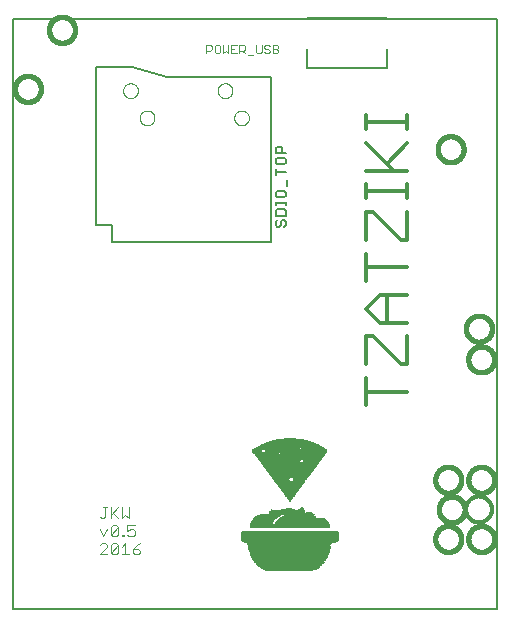
<source format=gto>
G75*
%MOIN*%
%OFA0B0*%
%FSLAX25Y25*%
%IPPOS*%
%LPD*%
%AMOC8*
5,1,8,0,0,1.08239X$1,22.5*
%
%ADD10C,0.01200*%
%ADD11C,0.00300*%
%ADD12C,0.01600*%
%ADD13C,0.00500*%
%ADD14R,0.14552X0.00131*%
%ADD15R,0.15732X0.00131*%
%ADD16R,0.16650X0.00131*%
%ADD17R,0.17306X0.00131*%
%ADD18R,0.17961X0.00131*%
%ADD19R,0.18485X0.00131*%
%ADD20R,0.18879X0.00131*%
%ADD21R,0.19272X0.00131*%
%ADD22R,0.19665X0.00131*%
%ADD23R,0.20059X0.00131*%
%ADD24R,0.20452X0.00131*%
%ADD25R,0.20714X0.00131*%
%ADD26R,0.20976X0.00131*%
%ADD27R,0.21370X0.00131*%
%ADD28R,0.21501X0.00131*%
%ADD29R,0.21763X0.00131*%
%ADD30R,0.22025X0.00131*%
%ADD31R,0.22287X0.00131*%
%ADD32R,0.22419X0.00131*%
%ADD33R,0.22681X0.00131*%
%ADD34R,0.22812X0.00131*%
%ADD35R,0.23074X0.00131*%
%ADD36R,0.23205X0.00131*%
%ADD37R,0.23336X0.00131*%
%ADD38R,0.23598X0.00131*%
%ADD39R,0.23730X0.00131*%
%ADD40R,0.23861X0.00131*%
%ADD41R,0.23992X0.00131*%
%ADD42R,0.24123X0.00131*%
%ADD43R,0.24385X0.00131*%
%ADD44R,0.24516X0.00131*%
%ADD45R,0.24647X0.00131*%
%ADD46R,0.24778X0.00131*%
%ADD47R,0.24909X0.00131*%
%ADD48R,0.25041X0.00131*%
%ADD49R,0.25172X0.00131*%
%ADD50R,0.25303X0.00131*%
%ADD51R,0.25434X0.00131*%
%ADD52R,0.25565X0.00131*%
%ADD53R,0.25696X0.00131*%
%ADD54R,0.25827X0.00131*%
%ADD55R,0.25958X0.00131*%
%ADD56R,0.26089X0.00131*%
%ADD57R,0.26220X0.00131*%
%ADD58R,0.26352X0.00131*%
%ADD59R,0.26483X0.00131*%
%ADD60R,0.26614X0.00131*%
%ADD61R,0.26745X0.00131*%
%ADD62R,0.26876X0.00131*%
%ADD63R,0.27007X0.00131*%
%ADD64R,0.27138X0.00131*%
%ADD65R,0.27269X0.00131*%
%ADD66R,0.27400X0.00131*%
%ADD67R,0.27531X0.00131*%
%ADD68R,0.27663X0.00131*%
%ADD69R,0.27794X0.00131*%
%ADD70R,0.27925X0.00131*%
%ADD71R,0.28056X0.00131*%
%ADD72R,0.30809X0.00131*%
%ADD73R,0.31465X0.00131*%
%ADD74R,0.31858X0.00131*%
%ADD75R,0.32251X0.00131*%
%ADD76R,0.32513X0.00131*%
%ADD77R,0.32644X0.00131*%
%ADD78R,0.32776X0.00131*%
%ADD79R,0.32382X0.00131*%
%ADD80R,0.31989X0.00131*%
%ADD81R,0.31596X0.00131*%
%ADD82R,0.31071X0.00131*%
%ADD83R,0.07735X0.00131*%
%ADD84R,0.07604X0.00131*%
%ADD85R,0.18223X0.00131*%
%ADD86R,0.07473X0.00131*%
%ADD87R,0.07342X0.00131*%
%ADD88R,0.17830X0.00131*%
%ADD89R,0.17699X0.00131*%
%ADD90R,0.17568X0.00131*%
%ADD91R,0.17043X0.00131*%
%ADD92R,0.16781X0.00131*%
%ADD93R,0.16388X0.00131*%
%ADD94R,0.16126X0.00131*%
%ADD95R,0.15863X0.00131*%
%ADD96R,0.15601X0.00131*%
%ADD97R,0.15077X0.00131*%
%ADD98R,0.12324X0.00131*%
%ADD99R,0.01835X0.00131*%
%ADD100R,0.11930X0.00131*%
%ADD101R,0.11799X0.00131*%
%ADD102R,0.11406X0.00131*%
%ADD103R,0.11013X0.00131*%
%ADD104R,0.10750X0.00131*%
%ADD105R,0.10357X0.00131*%
%ADD106R,0.10226X0.00131*%
%ADD107R,0.10095X0.00131*%
%ADD108R,0.02491X0.00131*%
%ADD109R,0.04457X0.00131*%
%ADD110R,0.14946X0.00131*%
%ADD111R,0.14815X0.00131*%
%ADD112R,0.14683X0.00131*%
%ADD113R,0.14421X0.00131*%
%ADD114R,0.12061X0.00131*%
%ADD115R,0.01967X0.00131*%
%ADD116R,0.01180X0.00131*%
%ADD117R,0.00524X0.00131*%
%ADD118R,0.11537X0.00131*%
%ADD119R,0.02098X0.00131*%
%ADD120R,0.06162X0.00131*%
%ADD121R,0.01442X0.00131*%
%ADD122R,0.05637X0.00131*%
%ADD123R,0.00262X0.00131*%
%ADD124R,0.04982X0.00131*%
%ADD125R,0.01704X0.00131*%
%ADD126R,0.04195X0.00131*%
%ADD127R,0.03409X0.00131*%
%ADD128R,0.01049X0.00131*%
%ADD129R,0.00656X0.00131*%
%ADD130R,0.00393X0.00131*%
%ADD131R,0.00131X0.00131*%
%ADD132R,0.00918X0.00131*%
%ADD133R,0.02229X0.00131*%
%ADD134R,0.02753X0.00131*%
%ADD135R,0.03015X0.00131*%
%ADD136R,0.03278X0.00131*%
%ADD137R,0.03540X0.00131*%
%ADD138R,0.03671X0.00131*%
%ADD139R,0.03802X0.00131*%
%ADD140R,0.04064X0.00131*%
%ADD141R,0.04326X0.00131*%
%ADD142R,0.04589X0.00131*%
%ADD143R,0.04851X0.00131*%
%ADD144R,0.05113X0.00131*%
%ADD145R,0.05375X0.00131*%
%ADD146R,0.05900X0.00131*%
%ADD147R,0.06424X0.00131*%
%ADD148R,0.06686X0.00131*%
%ADD149R,0.06948X0.00131*%
%ADD150R,0.07211X0.00131*%
%ADD151R,0.07997X0.00131*%
%ADD152R,0.08128X0.00131*%
%ADD153R,0.08259X0.00131*%
%ADD154R,0.08522X0.00131*%
%ADD155R,0.08784X0.00131*%
%ADD156R,0.08915X0.00131*%
%ADD157R,0.09046X0.00131*%
%ADD158R,0.09308X0.00131*%
%ADD159R,0.09570X0.00131*%
%ADD160R,0.09702X0.00131*%
%ADD161R,0.09833X0.00131*%
%ADD162R,0.05506X0.00131*%
%ADD163R,0.05244X0.00131*%
%ADD164R,0.04720X0.00131*%
%ADD165R,0.06293X0.00131*%
%ADD166R,0.12193X0.00131*%
%ADD167R,0.12455X0.00131*%
%ADD168R,0.12586X0.00131*%
%ADD169R,0.12717X0.00131*%
%ADD170R,0.12979X0.00131*%
%ADD171R,0.13241X0.00131*%
%ADD172R,0.13372X0.00131*%
%ADD173R,0.13504X0.00131*%
%ADD174R,0.13766X0.00131*%
%ADD175R,0.14028X0.00131*%
%ADD176R,0.14159X0.00131*%
%ADD177R,0.14290X0.00131*%
%ADD178R,0.15339X0.00131*%
%ADD179R,0.15470X0.00131*%
%ADD180R,0.16257X0.00131*%
%ADD181R,0.16519X0.00131*%
%ADD182R,0.16912X0.00131*%
%ADD183R,0.17437X0.00131*%
%ADD184R,0.18092X0.00131*%
%ADD185R,0.18617X0.00131*%
%ADD186R,0.19010X0.00131*%
%ADD187R,0.19403X0.00131*%
%ADD188R,0.13635X0.00131*%
%ADD189R,0.05769X0.00131*%
%ADD190R,0.06031X0.00131*%
%ADD191R,0.21107X0.00131*%
%ADD192R,0.21894X0.00131*%
%ADD193R,0.22156X0.00131*%
%ADD194R,0.22550X0.00131*%
%ADD195R,0.22943X0.00131*%
%ADD196R,0.15208X0.00131*%
%ADD197R,0.08391X0.00131*%
%ADD198R,0.24254X0.00131*%
%ADD199R,0.03146X0.00131*%
%ADD200R,0.20845X0.00131*%
%ADD201R,0.07866X0.00131*%
%ADD202R,0.21632X0.00131*%
%ADD203R,0.21239X0.00131*%
%ADD204R,0.20190X0.00131*%
%ADD205R,0.19534X0.00131*%
%ADD206R,0.17174X0.00131*%
%ADD207R,0.15994X0.00131*%
%ADD208R,0.11144X0.00131*%
%ADD209C,0.00800*%
%ADD210C,0.00200*%
%ADD211C,0.00000*%
%ADD212C,0.00700*%
D10*
X0138441Y0069587D02*
X0138441Y0078795D01*
X0138441Y0083399D02*
X0138441Y0092607D01*
X0140743Y0092607D01*
X0149951Y0083399D01*
X0152253Y0083399D01*
X0152253Y0092607D01*
X0152253Y0097211D02*
X0143045Y0097211D01*
X0138441Y0101815D01*
X0143045Y0106418D01*
X0152253Y0106418D01*
X0145347Y0106418D02*
X0145347Y0097211D01*
X0138441Y0111022D02*
X0138441Y0120230D01*
X0138441Y0115626D02*
X0152253Y0115626D01*
X0152253Y0124834D02*
X0149951Y0124834D01*
X0140743Y0134042D01*
X0138441Y0134042D01*
X0138441Y0124834D01*
X0138441Y0138646D02*
X0138441Y0143250D01*
X0138441Y0140948D02*
X0152253Y0140948D01*
X0152253Y0138646D02*
X0152253Y0143250D01*
X0152253Y0147854D02*
X0138441Y0147854D01*
X0145347Y0150156D02*
X0152253Y0157062D01*
X0152253Y0161666D02*
X0152253Y0166270D01*
X0152253Y0163968D02*
X0138441Y0163968D01*
X0138441Y0161666D02*
X0138441Y0166270D01*
X0138441Y0157062D02*
X0147649Y0147854D01*
X0152253Y0134042D02*
X0152253Y0124834D01*
X0152253Y0074191D02*
X0138441Y0074191D01*
X0171750Y0034932D02*
X0171752Y0035063D01*
X0171758Y0035195D01*
X0171768Y0035326D01*
X0171782Y0035457D01*
X0171800Y0035587D01*
X0171822Y0035716D01*
X0171847Y0035845D01*
X0171877Y0035973D01*
X0171911Y0036100D01*
X0171948Y0036227D01*
X0171989Y0036351D01*
X0172034Y0036475D01*
X0172083Y0036597D01*
X0172135Y0036718D01*
X0172191Y0036836D01*
X0172251Y0036954D01*
X0172314Y0037069D01*
X0172381Y0037182D01*
X0172451Y0037294D01*
X0172524Y0037403D01*
X0172600Y0037509D01*
X0172680Y0037614D01*
X0172763Y0037716D01*
X0172849Y0037815D01*
X0172938Y0037912D01*
X0173030Y0038006D01*
X0173125Y0038097D01*
X0173222Y0038186D01*
X0173322Y0038271D01*
X0173425Y0038353D01*
X0173530Y0038432D01*
X0173637Y0038508D01*
X0173747Y0038580D01*
X0173859Y0038649D01*
X0173973Y0038715D01*
X0174088Y0038777D01*
X0174206Y0038836D01*
X0174325Y0038891D01*
X0174446Y0038943D01*
X0174569Y0038990D01*
X0174693Y0039034D01*
X0174818Y0039075D01*
X0174944Y0039111D01*
X0175072Y0039144D01*
X0175200Y0039172D01*
X0175329Y0039197D01*
X0175459Y0039218D01*
X0175589Y0039235D01*
X0175720Y0039248D01*
X0175851Y0039257D01*
X0175982Y0039262D01*
X0176114Y0039263D01*
X0176245Y0039260D01*
X0176377Y0039253D01*
X0176508Y0039242D01*
X0176638Y0039227D01*
X0176768Y0039208D01*
X0176898Y0039185D01*
X0177026Y0039159D01*
X0177154Y0039128D01*
X0177281Y0039093D01*
X0177407Y0039055D01*
X0177531Y0039013D01*
X0177655Y0038967D01*
X0177776Y0038917D01*
X0177896Y0038864D01*
X0178015Y0038807D01*
X0178132Y0038747D01*
X0178246Y0038683D01*
X0178359Y0038615D01*
X0178470Y0038544D01*
X0178579Y0038470D01*
X0178685Y0038393D01*
X0178789Y0038312D01*
X0178890Y0038229D01*
X0178989Y0038142D01*
X0179085Y0038052D01*
X0179178Y0037959D01*
X0179269Y0037864D01*
X0179356Y0037766D01*
X0179441Y0037665D01*
X0179522Y0037562D01*
X0179600Y0037456D01*
X0179675Y0037348D01*
X0179747Y0037238D01*
X0179815Y0037126D01*
X0179880Y0037012D01*
X0179941Y0036895D01*
X0179999Y0036777D01*
X0180053Y0036657D01*
X0180104Y0036536D01*
X0180151Y0036413D01*
X0180194Y0036289D01*
X0180233Y0036164D01*
X0180269Y0036037D01*
X0180300Y0035909D01*
X0180328Y0035781D01*
X0180352Y0035652D01*
X0180372Y0035522D01*
X0180388Y0035391D01*
X0180400Y0035260D01*
X0180408Y0035129D01*
X0180412Y0034998D01*
X0180412Y0034866D01*
X0180408Y0034735D01*
X0180400Y0034604D01*
X0180388Y0034473D01*
X0180372Y0034342D01*
X0180352Y0034212D01*
X0180328Y0034083D01*
X0180300Y0033955D01*
X0180269Y0033827D01*
X0180233Y0033700D01*
X0180194Y0033575D01*
X0180151Y0033451D01*
X0180104Y0033328D01*
X0180053Y0033207D01*
X0179999Y0033087D01*
X0179941Y0032969D01*
X0179880Y0032852D01*
X0179815Y0032738D01*
X0179747Y0032626D01*
X0179675Y0032516D01*
X0179600Y0032408D01*
X0179522Y0032302D01*
X0179441Y0032199D01*
X0179356Y0032098D01*
X0179269Y0032000D01*
X0179178Y0031905D01*
X0179085Y0031812D01*
X0178989Y0031722D01*
X0178890Y0031635D01*
X0178789Y0031552D01*
X0178685Y0031471D01*
X0178579Y0031394D01*
X0178470Y0031320D01*
X0178359Y0031249D01*
X0178247Y0031181D01*
X0178132Y0031117D01*
X0178015Y0031057D01*
X0177896Y0031000D01*
X0177776Y0030947D01*
X0177655Y0030897D01*
X0177531Y0030851D01*
X0177407Y0030809D01*
X0177281Y0030771D01*
X0177154Y0030736D01*
X0177026Y0030705D01*
X0176898Y0030679D01*
X0176768Y0030656D01*
X0176638Y0030637D01*
X0176508Y0030622D01*
X0176377Y0030611D01*
X0176245Y0030604D01*
X0176114Y0030601D01*
X0175982Y0030602D01*
X0175851Y0030607D01*
X0175720Y0030616D01*
X0175589Y0030629D01*
X0175459Y0030646D01*
X0175329Y0030667D01*
X0175200Y0030692D01*
X0175072Y0030720D01*
X0174944Y0030753D01*
X0174818Y0030789D01*
X0174693Y0030830D01*
X0174569Y0030874D01*
X0174446Y0030921D01*
X0174325Y0030973D01*
X0174206Y0031028D01*
X0174088Y0031087D01*
X0173973Y0031149D01*
X0173859Y0031215D01*
X0173747Y0031284D01*
X0173637Y0031356D01*
X0173530Y0031432D01*
X0173425Y0031511D01*
X0173322Y0031593D01*
X0173222Y0031678D01*
X0173125Y0031767D01*
X0173030Y0031858D01*
X0172938Y0031952D01*
X0172849Y0032049D01*
X0172763Y0032148D01*
X0172680Y0032250D01*
X0172600Y0032355D01*
X0172524Y0032461D01*
X0172451Y0032570D01*
X0172381Y0032682D01*
X0172314Y0032795D01*
X0172251Y0032910D01*
X0172191Y0033028D01*
X0172135Y0033146D01*
X0172083Y0033267D01*
X0172034Y0033389D01*
X0171989Y0033513D01*
X0171948Y0033637D01*
X0171911Y0033764D01*
X0171877Y0033891D01*
X0171847Y0034019D01*
X0171822Y0034148D01*
X0171800Y0034277D01*
X0171782Y0034407D01*
X0171768Y0034538D01*
X0171758Y0034669D01*
X0171752Y0034801D01*
X0171750Y0034932D01*
D11*
X0063175Y0023628D02*
X0061940Y0023010D01*
X0060706Y0021776D01*
X0062558Y0021776D01*
X0063175Y0021159D01*
X0063175Y0020542D01*
X0062558Y0019924D01*
X0061323Y0019924D01*
X0060706Y0020542D01*
X0060706Y0021776D01*
X0059492Y0019924D02*
X0057023Y0019924D01*
X0058257Y0019924D02*
X0058257Y0023628D01*
X0057023Y0022393D01*
X0055808Y0023010D02*
X0055808Y0020542D01*
X0055191Y0019924D01*
X0053957Y0019924D01*
X0053340Y0020542D01*
X0055808Y0023010D01*
X0055191Y0023628D01*
X0053957Y0023628D01*
X0053340Y0023010D01*
X0053340Y0020542D01*
X0052125Y0019924D02*
X0049657Y0019924D01*
X0052125Y0022393D01*
X0052125Y0023010D01*
X0051508Y0023628D01*
X0050274Y0023628D01*
X0049657Y0023010D01*
X0050891Y0025924D02*
X0052125Y0028393D01*
X0053340Y0029010D02*
X0053340Y0026542D01*
X0055808Y0029010D01*
X0055808Y0026542D01*
X0055191Y0025924D01*
X0053957Y0025924D01*
X0053340Y0026542D01*
X0053340Y0029010D02*
X0053957Y0029628D01*
X0055191Y0029628D01*
X0055808Y0029010D01*
X0055808Y0031924D02*
X0053957Y0033776D01*
X0053340Y0033159D02*
X0055808Y0035628D01*
X0057023Y0035628D02*
X0057023Y0031924D01*
X0058257Y0033159D01*
X0059492Y0031924D01*
X0059492Y0035628D01*
X0058864Y0029628D02*
X0058864Y0027776D01*
X0060099Y0028393D01*
X0060716Y0028393D01*
X0061333Y0027776D01*
X0061333Y0026542D01*
X0060716Y0025924D01*
X0059482Y0025924D01*
X0058864Y0026542D01*
X0057640Y0026542D02*
X0057640Y0025924D01*
X0057023Y0025924D01*
X0057023Y0026542D01*
X0057640Y0026542D01*
X0058864Y0029628D02*
X0061333Y0029628D01*
X0053340Y0031924D02*
X0053340Y0035628D01*
X0052125Y0035628D02*
X0050891Y0035628D01*
X0051508Y0035628D02*
X0051508Y0032542D01*
X0050891Y0031924D01*
X0050274Y0031924D01*
X0049657Y0032542D01*
X0049657Y0028393D02*
X0050891Y0025924D01*
D12*
X0161514Y0025089D02*
X0161516Y0025220D01*
X0161522Y0025352D01*
X0161532Y0025483D01*
X0161546Y0025614D01*
X0161564Y0025744D01*
X0161586Y0025873D01*
X0161611Y0026002D01*
X0161641Y0026130D01*
X0161675Y0026257D01*
X0161712Y0026384D01*
X0161753Y0026508D01*
X0161798Y0026632D01*
X0161847Y0026754D01*
X0161899Y0026875D01*
X0161955Y0026993D01*
X0162015Y0027111D01*
X0162078Y0027226D01*
X0162145Y0027339D01*
X0162215Y0027451D01*
X0162288Y0027560D01*
X0162364Y0027666D01*
X0162444Y0027771D01*
X0162527Y0027873D01*
X0162613Y0027972D01*
X0162702Y0028069D01*
X0162794Y0028163D01*
X0162889Y0028254D01*
X0162986Y0028343D01*
X0163086Y0028428D01*
X0163189Y0028510D01*
X0163294Y0028589D01*
X0163401Y0028665D01*
X0163511Y0028737D01*
X0163623Y0028806D01*
X0163737Y0028872D01*
X0163852Y0028934D01*
X0163970Y0028993D01*
X0164089Y0029048D01*
X0164210Y0029100D01*
X0164333Y0029147D01*
X0164457Y0029191D01*
X0164582Y0029232D01*
X0164708Y0029268D01*
X0164836Y0029301D01*
X0164964Y0029329D01*
X0165093Y0029354D01*
X0165223Y0029375D01*
X0165353Y0029392D01*
X0165484Y0029405D01*
X0165615Y0029414D01*
X0165746Y0029419D01*
X0165878Y0029420D01*
X0166009Y0029417D01*
X0166141Y0029410D01*
X0166272Y0029399D01*
X0166402Y0029384D01*
X0166532Y0029365D01*
X0166662Y0029342D01*
X0166790Y0029316D01*
X0166918Y0029285D01*
X0167045Y0029250D01*
X0167171Y0029212D01*
X0167295Y0029170D01*
X0167419Y0029124D01*
X0167540Y0029074D01*
X0167660Y0029021D01*
X0167779Y0028964D01*
X0167896Y0028904D01*
X0168010Y0028840D01*
X0168123Y0028772D01*
X0168234Y0028701D01*
X0168343Y0028627D01*
X0168449Y0028550D01*
X0168553Y0028469D01*
X0168654Y0028386D01*
X0168753Y0028299D01*
X0168849Y0028209D01*
X0168942Y0028116D01*
X0169033Y0028021D01*
X0169120Y0027923D01*
X0169205Y0027822D01*
X0169286Y0027719D01*
X0169364Y0027613D01*
X0169439Y0027505D01*
X0169511Y0027395D01*
X0169579Y0027283D01*
X0169644Y0027169D01*
X0169705Y0027052D01*
X0169763Y0026934D01*
X0169817Y0026814D01*
X0169868Y0026693D01*
X0169915Y0026570D01*
X0169958Y0026446D01*
X0169997Y0026321D01*
X0170033Y0026194D01*
X0170064Y0026066D01*
X0170092Y0025938D01*
X0170116Y0025809D01*
X0170136Y0025679D01*
X0170152Y0025548D01*
X0170164Y0025417D01*
X0170172Y0025286D01*
X0170176Y0025155D01*
X0170176Y0025023D01*
X0170172Y0024892D01*
X0170164Y0024761D01*
X0170152Y0024630D01*
X0170136Y0024499D01*
X0170116Y0024369D01*
X0170092Y0024240D01*
X0170064Y0024112D01*
X0170033Y0023984D01*
X0169997Y0023857D01*
X0169958Y0023732D01*
X0169915Y0023608D01*
X0169868Y0023485D01*
X0169817Y0023364D01*
X0169763Y0023244D01*
X0169705Y0023126D01*
X0169644Y0023009D01*
X0169579Y0022895D01*
X0169511Y0022783D01*
X0169439Y0022673D01*
X0169364Y0022565D01*
X0169286Y0022459D01*
X0169205Y0022356D01*
X0169120Y0022255D01*
X0169033Y0022157D01*
X0168942Y0022062D01*
X0168849Y0021969D01*
X0168753Y0021879D01*
X0168654Y0021792D01*
X0168553Y0021709D01*
X0168449Y0021628D01*
X0168343Y0021551D01*
X0168234Y0021477D01*
X0168123Y0021406D01*
X0168011Y0021338D01*
X0167896Y0021274D01*
X0167779Y0021214D01*
X0167660Y0021157D01*
X0167540Y0021104D01*
X0167419Y0021054D01*
X0167295Y0021008D01*
X0167171Y0020966D01*
X0167045Y0020928D01*
X0166918Y0020893D01*
X0166790Y0020862D01*
X0166662Y0020836D01*
X0166532Y0020813D01*
X0166402Y0020794D01*
X0166272Y0020779D01*
X0166141Y0020768D01*
X0166009Y0020761D01*
X0165878Y0020758D01*
X0165746Y0020759D01*
X0165615Y0020764D01*
X0165484Y0020773D01*
X0165353Y0020786D01*
X0165223Y0020803D01*
X0165093Y0020824D01*
X0164964Y0020849D01*
X0164836Y0020877D01*
X0164708Y0020910D01*
X0164582Y0020946D01*
X0164457Y0020987D01*
X0164333Y0021031D01*
X0164210Y0021078D01*
X0164089Y0021130D01*
X0163970Y0021185D01*
X0163852Y0021244D01*
X0163737Y0021306D01*
X0163623Y0021372D01*
X0163511Y0021441D01*
X0163401Y0021513D01*
X0163294Y0021589D01*
X0163189Y0021668D01*
X0163086Y0021750D01*
X0162986Y0021835D01*
X0162889Y0021924D01*
X0162794Y0022015D01*
X0162702Y0022109D01*
X0162613Y0022206D01*
X0162527Y0022305D01*
X0162444Y0022407D01*
X0162364Y0022512D01*
X0162288Y0022618D01*
X0162215Y0022727D01*
X0162145Y0022839D01*
X0162078Y0022952D01*
X0162015Y0023067D01*
X0161955Y0023185D01*
X0161899Y0023303D01*
X0161847Y0023424D01*
X0161798Y0023546D01*
X0161753Y0023670D01*
X0161712Y0023794D01*
X0161675Y0023921D01*
X0161641Y0024048D01*
X0161611Y0024176D01*
X0161586Y0024305D01*
X0161564Y0024434D01*
X0161546Y0024564D01*
X0161532Y0024695D01*
X0161522Y0024826D01*
X0161516Y0024958D01*
X0161514Y0025089D01*
X0162695Y0034932D02*
X0162697Y0035063D01*
X0162703Y0035195D01*
X0162713Y0035326D01*
X0162727Y0035457D01*
X0162745Y0035587D01*
X0162767Y0035716D01*
X0162792Y0035845D01*
X0162822Y0035973D01*
X0162856Y0036100D01*
X0162893Y0036227D01*
X0162934Y0036351D01*
X0162979Y0036475D01*
X0163028Y0036597D01*
X0163080Y0036718D01*
X0163136Y0036836D01*
X0163196Y0036954D01*
X0163259Y0037069D01*
X0163326Y0037182D01*
X0163396Y0037294D01*
X0163469Y0037403D01*
X0163545Y0037509D01*
X0163625Y0037614D01*
X0163708Y0037716D01*
X0163794Y0037815D01*
X0163883Y0037912D01*
X0163975Y0038006D01*
X0164070Y0038097D01*
X0164167Y0038186D01*
X0164267Y0038271D01*
X0164370Y0038353D01*
X0164475Y0038432D01*
X0164582Y0038508D01*
X0164692Y0038580D01*
X0164804Y0038649D01*
X0164918Y0038715D01*
X0165033Y0038777D01*
X0165151Y0038836D01*
X0165270Y0038891D01*
X0165391Y0038943D01*
X0165514Y0038990D01*
X0165638Y0039034D01*
X0165763Y0039075D01*
X0165889Y0039111D01*
X0166017Y0039144D01*
X0166145Y0039172D01*
X0166274Y0039197D01*
X0166404Y0039218D01*
X0166534Y0039235D01*
X0166665Y0039248D01*
X0166796Y0039257D01*
X0166927Y0039262D01*
X0167059Y0039263D01*
X0167190Y0039260D01*
X0167322Y0039253D01*
X0167453Y0039242D01*
X0167583Y0039227D01*
X0167713Y0039208D01*
X0167843Y0039185D01*
X0167971Y0039159D01*
X0168099Y0039128D01*
X0168226Y0039093D01*
X0168352Y0039055D01*
X0168476Y0039013D01*
X0168600Y0038967D01*
X0168721Y0038917D01*
X0168841Y0038864D01*
X0168960Y0038807D01*
X0169077Y0038747D01*
X0169191Y0038683D01*
X0169304Y0038615D01*
X0169415Y0038544D01*
X0169524Y0038470D01*
X0169630Y0038393D01*
X0169734Y0038312D01*
X0169835Y0038229D01*
X0169934Y0038142D01*
X0170030Y0038052D01*
X0170123Y0037959D01*
X0170214Y0037864D01*
X0170301Y0037766D01*
X0170386Y0037665D01*
X0170467Y0037562D01*
X0170545Y0037456D01*
X0170620Y0037348D01*
X0170692Y0037238D01*
X0170760Y0037126D01*
X0170825Y0037012D01*
X0170886Y0036895D01*
X0170944Y0036777D01*
X0170998Y0036657D01*
X0171049Y0036536D01*
X0171096Y0036413D01*
X0171139Y0036289D01*
X0171178Y0036164D01*
X0171214Y0036037D01*
X0171245Y0035909D01*
X0171273Y0035781D01*
X0171297Y0035652D01*
X0171317Y0035522D01*
X0171333Y0035391D01*
X0171345Y0035260D01*
X0171353Y0035129D01*
X0171357Y0034998D01*
X0171357Y0034866D01*
X0171353Y0034735D01*
X0171345Y0034604D01*
X0171333Y0034473D01*
X0171317Y0034342D01*
X0171297Y0034212D01*
X0171273Y0034083D01*
X0171245Y0033955D01*
X0171214Y0033827D01*
X0171178Y0033700D01*
X0171139Y0033575D01*
X0171096Y0033451D01*
X0171049Y0033328D01*
X0170998Y0033207D01*
X0170944Y0033087D01*
X0170886Y0032969D01*
X0170825Y0032852D01*
X0170760Y0032738D01*
X0170692Y0032626D01*
X0170620Y0032516D01*
X0170545Y0032408D01*
X0170467Y0032302D01*
X0170386Y0032199D01*
X0170301Y0032098D01*
X0170214Y0032000D01*
X0170123Y0031905D01*
X0170030Y0031812D01*
X0169934Y0031722D01*
X0169835Y0031635D01*
X0169734Y0031552D01*
X0169630Y0031471D01*
X0169524Y0031394D01*
X0169415Y0031320D01*
X0169304Y0031249D01*
X0169192Y0031181D01*
X0169077Y0031117D01*
X0168960Y0031057D01*
X0168841Y0031000D01*
X0168721Y0030947D01*
X0168600Y0030897D01*
X0168476Y0030851D01*
X0168352Y0030809D01*
X0168226Y0030771D01*
X0168099Y0030736D01*
X0167971Y0030705D01*
X0167843Y0030679D01*
X0167713Y0030656D01*
X0167583Y0030637D01*
X0167453Y0030622D01*
X0167322Y0030611D01*
X0167190Y0030604D01*
X0167059Y0030601D01*
X0166927Y0030602D01*
X0166796Y0030607D01*
X0166665Y0030616D01*
X0166534Y0030629D01*
X0166404Y0030646D01*
X0166274Y0030667D01*
X0166145Y0030692D01*
X0166017Y0030720D01*
X0165889Y0030753D01*
X0165763Y0030789D01*
X0165638Y0030830D01*
X0165514Y0030874D01*
X0165391Y0030921D01*
X0165270Y0030973D01*
X0165151Y0031028D01*
X0165033Y0031087D01*
X0164918Y0031149D01*
X0164804Y0031215D01*
X0164692Y0031284D01*
X0164582Y0031356D01*
X0164475Y0031432D01*
X0164370Y0031511D01*
X0164267Y0031593D01*
X0164167Y0031678D01*
X0164070Y0031767D01*
X0163975Y0031858D01*
X0163883Y0031952D01*
X0163794Y0032049D01*
X0163708Y0032148D01*
X0163625Y0032250D01*
X0163545Y0032355D01*
X0163469Y0032461D01*
X0163396Y0032570D01*
X0163326Y0032682D01*
X0163259Y0032795D01*
X0163196Y0032910D01*
X0163136Y0033028D01*
X0163080Y0033146D01*
X0163028Y0033267D01*
X0162979Y0033389D01*
X0162934Y0033513D01*
X0162893Y0033637D01*
X0162856Y0033764D01*
X0162822Y0033891D01*
X0162792Y0034019D01*
X0162767Y0034148D01*
X0162745Y0034277D01*
X0162727Y0034407D01*
X0162713Y0034538D01*
X0162703Y0034669D01*
X0162697Y0034801D01*
X0162695Y0034932D01*
X0161514Y0044774D02*
X0161516Y0044905D01*
X0161522Y0045037D01*
X0161532Y0045168D01*
X0161546Y0045299D01*
X0161564Y0045429D01*
X0161586Y0045558D01*
X0161611Y0045687D01*
X0161641Y0045815D01*
X0161675Y0045942D01*
X0161712Y0046069D01*
X0161753Y0046193D01*
X0161798Y0046317D01*
X0161847Y0046439D01*
X0161899Y0046560D01*
X0161955Y0046678D01*
X0162015Y0046796D01*
X0162078Y0046911D01*
X0162145Y0047024D01*
X0162215Y0047136D01*
X0162288Y0047245D01*
X0162364Y0047351D01*
X0162444Y0047456D01*
X0162527Y0047558D01*
X0162613Y0047657D01*
X0162702Y0047754D01*
X0162794Y0047848D01*
X0162889Y0047939D01*
X0162986Y0048028D01*
X0163086Y0048113D01*
X0163189Y0048195D01*
X0163294Y0048274D01*
X0163401Y0048350D01*
X0163511Y0048422D01*
X0163623Y0048491D01*
X0163737Y0048557D01*
X0163852Y0048619D01*
X0163970Y0048678D01*
X0164089Y0048733D01*
X0164210Y0048785D01*
X0164333Y0048832D01*
X0164457Y0048876D01*
X0164582Y0048917D01*
X0164708Y0048953D01*
X0164836Y0048986D01*
X0164964Y0049014D01*
X0165093Y0049039D01*
X0165223Y0049060D01*
X0165353Y0049077D01*
X0165484Y0049090D01*
X0165615Y0049099D01*
X0165746Y0049104D01*
X0165878Y0049105D01*
X0166009Y0049102D01*
X0166141Y0049095D01*
X0166272Y0049084D01*
X0166402Y0049069D01*
X0166532Y0049050D01*
X0166662Y0049027D01*
X0166790Y0049001D01*
X0166918Y0048970D01*
X0167045Y0048935D01*
X0167171Y0048897D01*
X0167295Y0048855D01*
X0167419Y0048809D01*
X0167540Y0048759D01*
X0167660Y0048706D01*
X0167779Y0048649D01*
X0167896Y0048589D01*
X0168010Y0048525D01*
X0168123Y0048457D01*
X0168234Y0048386D01*
X0168343Y0048312D01*
X0168449Y0048235D01*
X0168553Y0048154D01*
X0168654Y0048071D01*
X0168753Y0047984D01*
X0168849Y0047894D01*
X0168942Y0047801D01*
X0169033Y0047706D01*
X0169120Y0047608D01*
X0169205Y0047507D01*
X0169286Y0047404D01*
X0169364Y0047298D01*
X0169439Y0047190D01*
X0169511Y0047080D01*
X0169579Y0046968D01*
X0169644Y0046854D01*
X0169705Y0046737D01*
X0169763Y0046619D01*
X0169817Y0046499D01*
X0169868Y0046378D01*
X0169915Y0046255D01*
X0169958Y0046131D01*
X0169997Y0046006D01*
X0170033Y0045879D01*
X0170064Y0045751D01*
X0170092Y0045623D01*
X0170116Y0045494D01*
X0170136Y0045364D01*
X0170152Y0045233D01*
X0170164Y0045102D01*
X0170172Y0044971D01*
X0170176Y0044840D01*
X0170176Y0044708D01*
X0170172Y0044577D01*
X0170164Y0044446D01*
X0170152Y0044315D01*
X0170136Y0044184D01*
X0170116Y0044054D01*
X0170092Y0043925D01*
X0170064Y0043797D01*
X0170033Y0043669D01*
X0169997Y0043542D01*
X0169958Y0043417D01*
X0169915Y0043293D01*
X0169868Y0043170D01*
X0169817Y0043049D01*
X0169763Y0042929D01*
X0169705Y0042811D01*
X0169644Y0042694D01*
X0169579Y0042580D01*
X0169511Y0042468D01*
X0169439Y0042358D01*
X0169364Y0042250D01*
X0169286Y0042144D01*
X0169205Y0042041D01*
X0169120Y0041940D01*
X0169033Y0041842D01*
X0168942Y0041747D01*
X0168849Y0041654D01*
X0168753Y0041564D01*
X0168654Y0041477D01*
X0168553Y0041394D01*
X0168449Y0041313D01*
X0168343Y0041236D01*
X0168234Y0041162D01*
X0168123Y0041091D01*
X0168011Y0041023D01*
X0167896Y0040959D01*
X0167779Y0040899D01*
X0167660Y0040842D01*
X0167540Y0040789D01*
X0167419Y0040739D01*
X0167295Y0040693D01*
X0167171Y0040651D01*
X0167045Y0040613D01*
X0166918Y0040578D01*
X0166790Y0040547D01*
X0166662Y0040521D01*
X0166532Y0040498D01*
X0166402Y0040479D01*
X0166272Y0040464D01*
X0166141Y0040453D01*
X0166009Y0040446D01*
X0165878Y0040443D01*
X0165746Y0040444D01*
X0165615Y0040449D01*
X0165484Y0040458D01*
X0165353Y0040471D01*
X0165223Y0040488D01*
X0165093Y0040509D01*
X0164964Y0040534D01*
X0164836Y0040562D01*
X0164708Y0040595D01*
X0164582Y0040631D01*
X0164457Y0040672D01*
X0164333Y0040716D01*
X0164210Y0040763D01*
X0164089Y0040815D01*
X0163970Y0040870D01*
X0163852Y0040929D01*
X0163737Y0040991D01*
X0163623Y0041057D01*
X0163511Y0041126D01*
X0163401Y0041198D01*
X0163294Y0041274D01*
X0163189Y0041353D01*
X0163086Y0041435D01*
X0162986Y0041520D01*
X0162889Y0041609D01*
X0162794Y0041700D01*
X0162702Y0041794D01*
X0162613Y0041891D01*
X0162527Y0041990D01*
X0162444Y0042092D01*
X0162364Y0042197D01*
X0162288Y0042303D01*
X0162215Y0042412D01*
X0162145Y0042524D01*
X0162078Y0042637D01*
X0162015Y0042752D01*
X0161955Y0042870D01*
X0161899Y0042988D01*
X0161847Y0043109D01*
X0161798Y0043231D01*
X0161753Y0043355D01*
X0161712Y0043479D01*
X0161675Y0043606D01*
X0161641Y0043733D01*
X0161611Y0043861D01*
X0161586Y0043990D01*
X0161564Y0044119D01*
X0161546Y0044249D01*
X0161532Y0044380D01*
X0161522Y0044511D01*
X0161516Y0044643D01*
X0161514Y0044774D01*
X0172538Y0044774D02*
X0172540Y0044905D01*
X0172546Y0045037D01*
X0172556Y0045168D01*
X0172570Y0045299D01*
X0172588Y0045429D01*
X0172610Y0045558D01*
X0172635Y0045687D01*
X0172665Y0045815D01*
X0172699Y0045942D01*
X0172736Y0046069D01*
X0172777Y0046193D01*
X0172822Y0046317D01*
X0172871Y0046439D01*
X0172923Y0046560D01*
X0172979Y0046678D01*
X0173039Y0046796D01*
X0173102Y0046911D01*
X0173169Y0047024D01*
X0173239Y0047136D01*
X0173312Y0047245D01*
X0173388Y0047351D01*
X0173468Y0047456D01*
X0173551Y0047558D01*
X0173637Y0047657D01*
X0173726Y0047754D01*
X0173818Y0047848D01*
X0173913Y0047939D01*
X0174010Y0048028D01*
X0174110Y0048113D01*
X0174213Y0048195D01*
X0174318Y0048274D01*
X0174425Y0048350D01*
X0174535Y0048422D01*
X0174647Y0048491D01*
X0174761Y0048557D01*
X0174876Y0048619D01*
X0174994Y0048678D01*
X0175113Y0048733D01*
X0175234Y0048785D01*
X0175357Y0048832D01*
X0175481Y0048876D01*
X0175606Y0048917D01*
X0175732Y0048953D01*
X0175860Y0048986D01*
X0175988Y0049014D01*
X0176117Y0049039D01*
X0176247Y0049060D01*
X0176377Y0049077D01*
X0176508Y0049090D01*
X0176639Y0049099D01*
X0176770Y0049104D01*
X0176902Y0049105D01*
X0177033Y0049102D01*
X0177165Y0049095D01*
X0177296Y0049084D01*
X0177426Y0049069D01*
X0177556Y0049050D01*
X0177686Y0049027D01*
X0177814Y0049001D01*
X0177942Y0048970D01*
X0178069Y0048935D01*
X0178195Y0048897D01*
X0178319Y0048855D01*
X0178443Y0048809D01*
X0178564Y0048759D01*
X0178684Y0048706D01*
X0178803Y0048649D01*
X0178920Y0048589D01*
X0179034Y0048525D01*
X0179147Y0048457D01*
X0179258Y0048386D01*
X0179367Y0048312D01*
X0179473Y0048235D01*
X0179577Y0048154D01*
X0179678Y0048071D01*
X0179777Y0047984D01*
X0179873Y0047894D01*
X0179966Y0047801D01*
X0180057Y0047706D01*
X0180144Y0047608D01*
X0180229Y0047507D01*
X0180310Y0047404D01*
X0180388Y0047298D01*
X0180463Y0047190D01*
X0180535Y0047080D01*
X0180603Y0046968D01*
X0180668Y0046854D01*
X0180729Y0046737D01*
X0180787Y0046619D01*
X0180841Y0046499D01*
X0180892Y0046378D01*
X0180939Y0046255D01*
X0180982Y0046131D01*
X0181021Y0046006D01*
X0181057Y0045879D01*
X0181088Y0045751D01*
X0181116Y0045623D01*
X0181140Y0045494D01*
X0181160Y0045364D01*
X0181176Y0045233D01*
X0181188Y0045102D01*
X0181196Y0044971D01*
X0181200Y0044840D01*
X0181200Y0044708D01*
X0181196Y0044577D01*
X0181188Y0044446D01*
X0181176Y0044315D01*
X0181160Y0044184D01*
X0181140Y0044054D01*
X0181116Y0043925D01*
X0181088Y0043797D01*
X0181057Y0043669D01*
X0181021Y0043542D01*
X0180982Y0043417D01*
X0180939Y0043293D01*
X0180892Y0043170D01*
X0180841Y0043049D01*
X0180787Y0042929D01*
X0180729Y0042811D01*
X0180668Y0042694D01*
X0180603Y0042580D01*
X0180535Y0042468D01*
X0180463Y0042358D01*
X0180388Y0042250D01*
X0180310Y0042144D01*
X0180229Y0042041D01*
X0180144Y0041940D01*
X0180057Y0041842D01*
X0179966Y0041747D01*
X0179873Y0041654D01*
X0179777Y0041564D01*
X0179678Y0041477D01*
X0179577Y0041394D01*
X0179473Y0041313D01*
X0179367Y0041236D01*
X0179258Y0041162D01*
X0179147Y0041091D01*
X0179035Y0041023D01*
X0178920Y0040959D01*
X0178803Y0040899D01*
X0178684Y0040842D01*
X0178564Y0040789D01*
X0178443Y0040739D01*
X0178319Y0040693D01*
X0178195Y0040651D01*
X0178069Y0040613D01*
X0177942Y0040578D01*
X0177814Y0040547D01*
X0177686Y0040521D01*
X0177556Y0040498D01*
X0177426Y0040479D01*
X0177296Y0040464D01*
X0177165Y0040453D01*
X0177033Y0040446D01*
X0176902Y0040443D01*
X0176770Y0040444D01*
X0176639Y0040449D01*
X0176508Y0040458D01*
X0176377Y0040471D01*
X0176247Y0040488D01*
X0176117Y0040509D01*
X0175988Y0040534D01*
X0175860Y0040562D01*
X0175732Y0040595D01*
X0175606Y0040631D01*
X0175481Y0040672D01*
X0175357Y0040716D01*
X0175234Y0040763D01*
X0175113Y0040815D01*
X0174994Y0040870D01*
X0174876Y0040929D01*
X0174761Y0040991D01*
X0174647Y0041057D01*
X0174535Y0041126D01*
X0174425Y0041198D01*
X0174318Y0041274D01*
X0174213Y0041353D01*
X0174110Y0041435D01*
X0174010Y0041520D01*
X0173913Y0041609D01*
X0173818Y0041700D01*
X0173726Y0041794D01*
X0173637Y0041891D01*
X0173551Y0041990D01*
X0173468Y0042092D01*
X0173388Y0042197D01*
X0173312Y0042303D01*
X0173239Y0042412D01*
X0173169Y0042524D01*
X0173102Y0042637D01*
X0173039Y0042752D01*
X0172979Y0042870D01*
X0172923Y0042988D01*
X0172871Y0043109D01*
X0172822Y0043231D01*
X0172777Y0043355D01*
X0172736Y0043479D01*
X0172699Y0043606D01*
X0172665Y0043733D01*
X0172635Y0043861D01*
X0172610Y0043990D01*
X0172588Y0044119D01*
X0172570Y0044249D01*
X0172556Y0044380D01*
X0172546Y0044511D01*
X0172540Y0044643D01*
X0172538Y0044774D01*
X0172538Y0025089D02*
X0172540Y0025220D01*
X0172546Y0025352D01*
X0172556Y0025483D01*
X0172570Y0025614D01*
X0172588Y0025744D01*
X0172610Y0025873D01*
X0172635Y0026002D01*
X0172665Y0026130D01*
X0172699Y0026257D01*
X0172736Y0026384D01*
X0172777Y0026508D01*
X0172822Y0026632D01*
X0172871Y0026754D01*
X0172923Y0026875D01*
X0172979Y0026993D01*
X0173039Y0027111D01*
X0173102Y0027226D01*
X0173169Y0027339D01*
X0173239Y0027451D01*
X0173312Y0027560D01*
X0173388Y0027666D01*
X0173468Y0027771D01*
X0173551Y0027873D01*
X0173637Y0027972D01*
X0173726Y0028069D01*
X0173818Y0028163D01*
X0173913Y0028254D01*
X0174010Y0028343D01*
X0174110Y0028428D01*
X0174213Y0028510D01*
X0174318Y0028589D01*
X0174425Y0028665D01*
X0174535Y0028737D01*
X0174647Y0028806D01*
X0174761Y0028872D01*
X0174876Y0028934D01*
X0174994Y0028993D01*
X0175113Y0029048D01*
X0175234Y0029100D01*
X0175357Y0029147D01*
X0175481Y0029191D01*
X0175606Y0029232D01*
X0175732Y0029268D01*
X0175860Y0029301D01*
X0175988Y0029329D01*
X0176117Y0029354D01*
X0176247Y0029375D01*
X0176377Y0029392D01*
X0176508Y0029405D01*
X0176639Y0029414D01*
X0176770Y0029419D01*
X0176902Y0029420D01*
X0177033Y0029417D01*
X0177165Y0029410D01*
X0177296Y0029399D01*
X0177426Y0029384D01*
X0177556Y0029365D01*
X0177686Y0029342D01*
X0177814Y0029316D01*
X0177942Y0029285D01*
X0178069Y0029250D01*
X0178195Y0029212D01*
X0178319Y0029170D01*
X0178443Y0029124D01*
X0178564Y0029074D01*
X0178684Y0029021D01*
X0178803Y0028964D01*
X0178920Y0028904D01*
X0179034Y0028840D01*
X0179147Y0028772D01*
X0179258Y0028701D01*
X0179367Y0028627D01*
X0179473Y0028550D01*
X0179577Y0028469D01*
X0179678Y0028386D01*
X0179777Y0028299D01*
X0179873Y0028209D01*
X0179966Y0028116D01*
X0180057Y0028021D01*
X0180144Y0027923D01*
X0180229Y0027822D01*
X0180310Y0027719D01*
X0180388Y0027613D01*
X0180463Y0027505D01*
X0180535Y0027395D01*
X0180603Y0027283D01*
X0180668Y0027169D01*
X0180729Y0027052D01*
X0180787Y0026934D01*
X0180841Y0026814D01*
X0180892Y0026693D01*
X0180939Y0026570D01*
X0180982Y0026446D01*
X0181021Y0026321D01*
X0181057Y0026194D01*
X0181088Y0026066D01*
X0181116Y0025938D01*
X0181140Y0025809D01*
X0181160Y0025679D01*
X0181176Y0025548D01*
X0181188Y0025417D01*
X0181196Y0025286D01*
X0181200Y0025155D01*
X0181200Y0025023D01*
X0181196Y0024892D01*
X0181188Y0024761D01*
X0181176Y0024630D01*
X0181160Y0024499D01*
X0181140Y0024369D01*
X0181116Y0024240D01*
X0181088Y0024112D01*
X0181057Y0023984D01*
X0181021Y0023857D01*
X0180982Y0023732D01*
X0180939Y0023608D01*
X0180892Y0023485D01*
X0180841Y0023364D01*
X0180787Y0023244D01*
X0180729Y0023126D01*
X0180668Y0023009D01*
X0180603Y0022895D01*
X0180535Y0022783D01*
X0180463Y0022673D01*
X0180388Y0022565D01*
X0180310Y0022459D01*
X0180229Y0022356D01*
X0180144Y0022255D01*
X0180057Y0022157D01*
X0179966Y0022062D01*
X0179873Y0021969D01*
X0179777Y0021879D01*
X0179678Y0021792D01*
X0179577Y0021709D01*
X0179473Y0021628D01*
X0179367Y0021551D01*
X0179258Y0021477D01*
X0179147Y0021406D01*
X0179035Y0021338D01*
X0178920Y0021274D01*
X0178803Y0021214D01*
X0178684Y0021157D01*
X0178564Y0021104D01*
X0178443Y0021054D01*
X0178319Y0021008D01*
X0178195Y0020966D01*
X0178069Y0020928D01*
X0177942Y0020893D01*
X0177814Y0020862D01*
X0177686Y0020836D01*
X0177556Y0020813D01*
X0177426Y0020794D01*
X0177296Y0020779D01*
X0177165Y0020768D01*
X0177033Y0020761D01*
X0176902Y0020758D01*
X0176770Y0020759D01*
X0176639Y0020764D01*
X0176508Y0020773D01*
X0176377Y0020786D01*
X0176247Y0020803D01*
X0176117Y0020824D01*
X0175988Y0020849D01*
X0175860Y0020877D01*
X0175732Y0020910D01*
X0175606Y0020946D01*
X0175481Y0020987D01*
X0175357Y0021031D01*
X0175234Y0021078D01*
X0175113Y0021130D01*
X0174994Y0021185D01*
X0174876Y0021244D01*
X0174761Y0021306D01*
X0174647Y0021372D01*
X0174535Y0021441D01*
X0174425Y0021513D01*
X0174318Y0021589D01*
X0174213Y0021668D01*
X0174110Y0021750D01*
X0174010Y0021835D01*
X0173913Y0021924D01*
X0173818Y0022015D01*
X0173726Y0022109D01*
X0173637Y0022206D01*
X0173551Y0022305D01*
X0173468Y0022407D01*
X0173388Y0022512D01*
X0173312Y0022618D01*
X0173239Y0022727D01*
X0173169Y0022839D01*
X0173102Y0022952D01*
X0173039Y0023067D01*
X0172979Y0023185D01*
X0172923Y0023303D01*
X0172871Y0023424D01*
X0172822Y0023546D01*
X0172777Y0023670D01*
X0172736Y0023794D01*
X0172699Y0023921D01*
X0172665Y0024048D01*
X0172635Y0024176D01*
X0172610Y0024305D01*
X0172588Y0024434D01*
X0172570Y0024564D01*
X0172556Y0024695D01*
X0172546Y0024826D01*
X0172540Y0024958D01*
X0172538Y0025089D01*
X0172538Y0084932D02*
X0172540Y0085063D01*
X0172546Y0085195D01*
X0172556Y0085326D01*
X0172570Y0085457D01*
X0172588Y0085587D01*
X0172610Y0085716D01*
X0172635Y0085845D01*
X0172665Y0085973D01*
X0172699Y0086100D01*
X0172736Y0086227D01*
X0172777Y0086351D01*
X0172822Y0086475D01*
X0172871Y0086597D01*
X0172923Y0086718D01*
X0172979Y0086836D01*
X0173039Y0086954D01*
X0173102Y0087069D01*
X0173169Y0087182D01*
X0173239Y0087294D01*
X0173312Y0087403D01*
X0173388Y0087509D01*
X0173468Y0087614D01*
X0173551Y0087716D01*
X0173637Y0087815D01*
X0173726Y0087912D01*
X0173818Y0088006D01*
X0173913Y0088097D01*
X0174010Y0088186D01*
X0174110Y0088271D01*
X0174213Y0088353D01*
X0174318Y0088432D01*
X0174425Y0088508D01*
X0174535Y0088580D01*
X0174647Y0088649D01*
X0174761Y0088715D01*
X0174876Y0088777D01*
X0174994Y0088836D01*
X0175113Y0088891D01*
X0175234Y0088943D01*
X0175357Y0088990D01*
X0175481Y0089034D01*
X0175606Y0089075D01*
X0175732Y0089111D01*
X0175860Y0089144D01*
X0175988Y0089172D01*
X0176117Y0089197D01*
X0176247Y0089218D01*
X0176377Y0089235D01*
X0176508Y0089248D01*
X0176639Y0089257D01*
X0176770Y0089262D01*
X0176902Y0089263D01*
X0177033Y0089260D01*
X0177165Y0089253D01*
X0177296Y0089242D01*
X0177426Y0089227D01*
X0177556Y0089208D01*
X0177686Y0089185D01*
X0177814Y0089159D01*
X0177942Y0089128D01*
X0178069Y0089093D01*
X0178195Y0089055D01*
X0178319Y0089013D01*
X0178443Y0088967D01*
X0178564Y0088917D01*
X0178684Y0088864D01*
X0178803Y0088807D01*
X0178920Y0088747D01*
X0179034Y0088683D01*
X0179147Y0088615D01*
X0179258Y0088544D01*
X0179367Y0088470D01*
X0179473Y0088393D01*
X0179577Y0088312D01*
X0179678Y0088229D01*
X0179777Y0088142D01*
X0179873Y0088052D01*
X0179966Y0087959D01*
X0180057Y0087864D01*
X0180144Y0087766D01*
X0180229Y0087665D01*
X0180310Y0087562D01*
X0180388Y0087456D01*
X0180463Y0087348D01*
X0180535Y0087238D01*
X0180603Y0087126D01*
X0180668Y0087012D01*
X0180729Y0086895D01*
X0180787Y0086777D01*
X0180841Y0086657D01*
X0180892Y0086536D01*
X0180939Y0086413D01*
X0180982Y0086289D01*
X0181021Y0086164D01*
X0181057Y0086037D01*
X0181088Y0085909D01*
X0181116Y0085781D01*
X0181140Y0085652D01*
X0181160Y0085522D01*
X0181176Y0085391D01*
X0181188Y0085260D01*
X0181196Y0085129D01*
X0181200Y0084998D01*
X0181200Y0084866D01*
X0181196Y0084735D01*
X0181188Y0084604D01*
X0181176Y0084473D01*
X0181160Y0084342D01*
X0181140Y0084212D01*
X0181116Y0084083D01*
X0181088Y0083955D01*
X0181057Y0083827D01*
X0181021Y0083700D01*
X0180982Y0083575D01*
X0180939Y0083451D01*
X0180892Y0083328D01*
X0180841Y0083207D01*
X0180787Y0083087D01*
X0180729Y0082969D01*
X0180668Y0082852D01*
X0180603Y0082738D01*
X0180535Y0082626D01*
X0180463Y0082516D01*
X0180388Y0082408D01*
X0180310Y0082302D01*
X0180229Y0082199D01*
X0180144Y0082098D01*
X0180057Y0082000D01*
X0179966Y0081905D01*
X0179873Y0081812D01*
X0179777Y0081722D01*
X0179678Y0081635D01*
X0179577Y0081552D01*
X0179473Y0081471D01*
X0179367Y0081394D01*
X0179258Y0081320D01*
X0179147Y0081249D01*
X0179035Y0081181D01*
X0178920Y0081117D01*
X0178803Y0081057D01*
X0178684Y0081000D01*
X0178564Y0080947D01*
X0178443Y0080897D01*
X0178319Y0080851D01*
X0178195Y0080809D01*
X0178069Y0080771D01*
X0177942Y0080736D01*
X0177814Y0080705D01*
X0177686Y0080679D01*
X0177556Y0080656D01*
X0177426Y0080637D01*
X0177296Y0080622D01*
X0177165Y0080611D01*
X0177033Y0080604D01*
X0176902Y0080601D01*
X0176770Y0080602D01*
X0176639Y0080607D01*
X0176508Y0080616D01*
X0176377Y0080629D01*
X0176247Y0080646D01*
X0176117Y0080667D01*
X0175988Y0080692D01*
X0175860Y0080720D01*
X0175732Y0080753D01*
X0175606Y0080789D01*
X0175481Y0080830D01*
X0175357Y0080874D01*
X0175234Y0080921D01*
X0175113Y0080973D01*
X0174994Y0081028D01*
X0174876Y0081087D01*
X0174761Y0081149D01*
X0174647Y0081215D01*
X0174535Y0081284D01*
X0174425Y0081356D01*
X0174318Y0081432D01*
X0174213Y0081511D01*
X0174110Y0081593D01*
X0174010Y0081678D01*
X0173913Y0081767D01*
X0173818Y0081858D01*
X0173726Y0081952D01*
X0173637Y0082049D01*
X0173551Y0082148D01*
X0173468Y0082250D01*
X0173388Y0082355D01*
X0173312Y0082461D01*
X0173239Y0082570D01*
X0173169Y0082682D01*
X0173102Y0082795D01*
X0173039Y0082910D01*
X0172979Y0083028D01*
X0172923Y0083146D01*
X0172871Y0083267D01*
X0172822Y0083389D01*
X0172777Y0083513D01*
X0172736Y0083637D01*
X0172699Y0083764D01*
X0172665Y0083891D01*
X0172635Y0084019D01*
X0172610Y0084148D01*
X0172588Y0084277D01*
X0172570Y0084407D01*
X0172556Y0084538D01*
X0172546Y0084669D01*
X0172540Y0084801D01*
X0172538Y0084932D01*
X0171750Y0095168D02*
X0171752Y0095299D01*
X0171758Y0095431D01*
X0171768Y0095562D01*
X0171782Y0095693D01*
X0171800Y0095823D01*
X0171822Y0095952D01*
X0171847Y0096081D01*
X0171877Y0096209D01*
X0171911Y0096336D01*
X0171948Y0096463D01*
X0171989Y0096587D01*
X0172034Y0096711D01*
X0172083Y0096833D01*
X0172135Y0096954D01*
X0172191Y0097072D01*
X0172251Y0097190D01*
X0172314Y0097305D01*
X0172381Y0097418D01*
X0172451Y0097530D01*
X0172524Y0097639D01*
X0172600Y0097745D01*
X0172680Y0097850D01*
X0172763Y0097952D01*
X0172849Y0098051D01*
X0172938Y0098148D01*
X0173030Y0098242D01*
X0173125Y0098333D01*
X0173222Y0098422D01*
X0173322Y0098507D01*
X0173425Y0098589D01*
X0173530Y0098668D01*
X0173637Y0098744D01*
X0173747Y0098816D01*
X0173859Y0098885D01*
X0173973Y0098951D01*
X0174088Y0099013D01*
X0174206Y0099072D01*
X0174325Y0099127D01*
X0174446Y0099179D01*
X0174569Y0099226D01*
X0174693Y0099270D01*
X0174818Y0099311D01*
X0174944Y0099347D01*
X0175072Y0099380D01*
X0175200Y0099408D01*
X0175329Y0099433D01*
X0175459Y0099454D01*
X0175589Y0099471D01*
X0175720Y0099484D01*
X0175851Y0099493D01*
X0175982Y0099498D01*
X0176114Y0099499D01*
X0176245Y0099496D01*
X0176377Y0099489D01*
X0176508Y0099478D01*
X0176638Y0099463D01*
X0176768Y0099444D01*
X0176898Y0099421D01*
X0177026Y0099395D01*
X0177154Y0099364D01*
X0177281Y0099329D01*
X0177407Y0099291D01*
X0177531Y0099249D01*
X0177655Y0099203D01*
X0177776Y0099153D01*
X0177896Y0099100D01*
X0178015Y0099043D01*
X0178132Y0098983D01*
X0178246Y0098919D01*
X0178359Y0098851D01*
X0178470Y0098780D01*
X0178579Y0098706D01*
X0178685Y0098629D01*
X0178789Y0098548D01*
X0178890Y0098465D01*
X0178989Y0098378D01*
X0179085Y0098288D01*
X0179178Y0098195D01*
X0179269Y0098100D01*
X0179356Y0098002D01*
X0179441Y0097901D01*
X0179522Y0097798D01*
X0179600Y0097692D01*
X0179675Y0097584D01*
X0179747Y0097474D01*
X0179815Y0097362D01*
X0179880Y0097248D01*
X0179941Y0097131D01*
X0179999Y0097013D01*
X0180053Y0096893D01*
X0180104Y0096772D01*
X0180151Y0096649D01*
X0180194Y0096525D01*
X0180233Y0096400D01*
X0180269Y0096273D01*
X0180300Y0096145D01*
X0180328Y0096017D01*
X0180352Y0095888D01*
X0180372Y0095758D01*
X0180388Y0095627D01*
X0180400Y0095496D01*
X0180408Y0095365D01*
X0180412Y0095234D01*
X0180412Y0095102D01*
X0180408Y0094971D01*
X0180400Y0094840D01*
X0180388Y0094709D01*
X0180372Y0094578D01*
X0180352Y0094448D01*
X0180328Y0094319D01*
X0180300Y0094191D01*
X0180269Y0094063D01*
X0180233Y0093936D01*
X0180194Y0093811D01*
X0180151Y0093687D01*
X0180104Y0093564D01*
X0180053Y0093443D01*
X0179999Y0093323D01*
X0179941Y0093205D01*
X0179880Y0093088D01*
X0179815Y0092974D01*
X0179747Y0092862D01*
X0179675Y0092752D01*
X0179600Y0092644D01*
X0179522Y0092538D01*
X0179441Y0092435D01*
X0179356Y0092334D01*
X0179269Y0092236D01*
X0179178Y0092141D01*
X0179085Y0092048D01*
X0178989Y0091958D01*
X0178890Y0091871D01*
X0178789Y0091788D01*
X0178685Y0091707D01*
X0178579Y0091630D01*
X0178470Y0091556D01*
X0178359Y0091485D01*
X0178247Y0091417D01*
X0178132Y0091353D01*
X0178015Y0091293D01*
X0177896Y0091236D01*
X0177776Y0091183D01*
X0177655Y0091133D01*
X0177531Y0091087D01*
X0177407Y0091045D01*
X0177281Y0091007D01*
X0177154Y0090972D01*
X0177026Y0090941D01*
X0176898Y0090915D01*
X0176768Y0090892D01*
X0176638Y0090873D01*
X0176508Y0090858D01*
X0176377Y0090847D01*
X0176245Y0090840D01*
X0176114Y0090837D01*
X0175982Y0090838D01*
X0175851Y0090843D01*
X0175720Y0090852D01*
X0175589Y0090865D01*
X0175459Y0090882D01*
X0175329Y0090903D01*
X0175200Y0090928D01*
X0175072Y0090956D01*
X0174944Y0090989D01*
X0174818Y0091025D01*
X0174693Y0091066D01*
X0174569Y0091110D01*
X0174446Y0091157D01*
X0174325Y0091209D01*
X0174206Y0091264D01*
X0174088Y0091323D01*
X0173973Y0091385D01*
X0173859Y0091451D01*
X0173747Y0091520D01*
X0173637Y0091592D01*
X0173530Y0091668D01*
X0173425Y0091747D01*
X0173322Y0091829D01*
X0173222Y0091914D01*
X0173125Y0092003D01*
X0173030Y0092094D01*
X0172938Y0092188D01*
X0172849Y0092285D01*
X0172763Y0092384D01*
X0172680Y0092486D01*
X0172600Y0092591D01*
X0172524Y0092697D01*
X0172451Y0092806D01*
X0172381Y0092918D01*
X0172314Y0093031D01*
X0172251Y0093146D01*
X0172191Y0093264D01*
X0172135Y0093382D01*
X0172083Y0093503D01*
X0172034Y0093625D01*
X0171989Y0093749D01*
X0171948Y0093873D01*
X0171911Y0094000D01*
X0171877Y0094127D01*
X0171847Y0094255D01*
X0171822Y0094384D01*
X0171800Y0094513D01*
X0171782Y0094643D01*
X0171768Y0094774D01*
X0171758Y0094905D01*
X0171752Y0095037D01*
X0171750Y0095168D01*
X0162302Y0155011D02*
X0162304Y0155142D01*
X0162310Y0155274D01*
X0162320Y0155405D01*
X0162334Y0155536D01*
X0162352Y0155666D01*
X0162374Y0155795D01*
X0162399Y0155924D01*
X0162429Y0156052D01*
X0162463Y0156179D01*
X0162500Y0156306D01*
X0162541Y0156430D01*
X0162586Y0156554D01*
X0162635Y0156676D01*
X0162687Y0156797D01*
X0162743Y0156915D01*
X0162803Y0157033D01*
X0162866Y0157148D01*
X0162933Y0157261D01*
X0163003Y0157373D01*
X0163076Y0157482D01*
X0163152Y0157588D01*
X0163232Y0157693D01*
X0163315Y0157795D01*
X0163401Y0157894D01*
X0163490Y0157991D01*
X0163582Y0158085D01*
X0163677Y0158176D01*
X0163774Y0158265D01*
X0163874Y0158350D01*
X0163977Y0158432D01*
X0164082Y0158511D01*
X0164189Y0158587D01*
X0164299Y0158659D01*
X0164411Y0158728D01*
X0164525Y0158794D01*
X0164640Y0158856D01*
X0164758Y0158915D01*
X0164877Y0158970D01*
X0164998Y0159022D01*
X0165121Y0159069D01*
X0165245Y0159113D01*
X0165370Y0159154D01*
X0165496Y0159190D01*
X0165624Y0159223D01*
X0165752Y0159251D01*
X0165881Y0159276D01*
X0166011Y0159297D01*
X0166141Y0159314D01*
X0166272Y0159327D01*
X0166403Y0159336D01*
X0166534Y0159341D01*
X0166666Y0159342D01*
X0166797Y0159339D01*
X0166929Y0159332D01*
X0167060Y0159321D01*
X0167190Y0159306D01*
X0167320Y0159287D01*
X0167450Y0159264D01*
X0167578Y0159238D01*
X0167706Y0159207D01*
X0167833Y0159172D01*
X0167959Y0159134D01*
X0168083Y0159092D01*
X0168207Y0159046D01*
X0168328Y0158996D01*
X0168448Y0158943D01*
X0168567Y0158886D01*
X0168684Y0158826D01*
X0168798Y0158762D01*
X0168911Y0158694D01*
X0169022Y0158623D01*
X0169131Y0158549D01*
X0169237Y0158472D01*
X0169341Y0158391D01*
X0169442Y0158308D01*
X0169541Y0158221D01*
X0169637Y0158131D01*
X0169730Y0158038D01*
X0169821Y0157943D01*
X0169908Y0157845D01*
X0169993Y0157744D01*
X0170074Y0157641D01*
X0170152Y0157535D01*
X0170227Y0157427D01*
X0170299Y0157317D01*
X0170367Y0157205D01*
X0170432Y0157091D01*
X0170493Y0156974D01*
X0170551Y0156856D01*
X0170605Y0156736D01*
X0170656Y0156615D01*
X0170703Y0156492D01*
X0170746Y0156368D01*
X0170785Y0156243D01*
X0170821Y0156116D01*
X0170852Y0155988D01*
X0170880Y0155860D01*
X0170904Y0155731D01*
X0170924Y0155601D01*
X0170940Y0155470D01*
X0170952Y0155339D01*
X0170960Y0155208D01*
X0170964Y0155077D01*
X0170964Y0154945D01*
X0170960Y0154814D01*
X0170952Y0154683D01*
X0170940Y0154552D01*
X0170924Y0154421D01*
X0170904Y0154291D01*
X0170880Y0154162D01*
X0170852Y0154034D01*
X0170821Y0153906D01*
X0170785Y0153779D01*
X0170746Y0153654D01*
X0170703Y0153530D01*
X0170656Y0153407D01*
X0170605Y0153286D01*
X0170551Y0153166D01*
X0170493Y0153048D01*
X0170432Y0152931D01*
X0170367Y0152817D01*
X0170299Y0152705D01*
X0170227Y0152595D01*
X0170152Y0152487D01*
X0170074Y0152381D01*
X0169993Y0152278D01*
X0169908Y0152177D01*
X0169821Y0152079D01*
X0169730Y0151984D01*
X0169637Y0151891D01*
X0169541Y0151801D01*
X0169442Y0151714D01*
X0169341Y0151631D01*
X0169237Y0151550D01*
X0169131Y0151473D01*
X0169022Y0151399D01*
X0168911Y0151328D01*
X0168799Y0151260D01*
X0168684Y0151196D01*
X0168567Y0151136D01*
X0168448Y0151079D01*
X0168328Y0151026D01*
X0168207Y0150976D01*
X0168083Y0150930D01*
X0167959Y0150888D01*
X0167833Y0150850D01*
X0167706Y0150815D01*
X0167578Y0150784D01*
X0167450Y0150758D01*
X0167320Y0150735D01*
X0167190Y0150716D01*
X0167060Y0150701D01*
X0166929Y0150690D01*
X0166797Y0150683D01*
X0166666Y0150680D01*
X0166534Y0150681D01*
X0166403Y0150686D01*
X0166272Y0150695D01*
X0166141Y0150708D01*
X0166011Y0150725D01*
X0165881Y0150746D01*
X0165752Y0150771D01*
X0165624Y0150799D01*
X0165496Y0150832D01*
X0165370Y0150868D01*
X0165245Y0150909D01*
X0165121Y0150953D01*
X0164998Y0151000D01*
X0164877Y0151052D01*
X0164758Y0151107D01*
X0164640Y0151166D01*
X0164525Y0151228D01*
X0164411Y0151294D01*
X0164299Y0151363D01*
X0164189Y0151435D01*
X0164082Y0151511D01*
X0163977Y0151590D01*
X0163874Y0151672D01*
X0163774Y0151757D01*
X0163677Y0151846D01*
X0163582Y0151937D01*
X0163490Y0152031D01*
X0163401Y0152128D01*
X0163315Y0152227D01*
X0163232Y0152329D01*
X0163152Y0152434D01*
X0163076Y0152540D01*
X0163003Y0152649D01*
X0162933Y0152761D01*
X0162866Y0152874D01*
X0162803Y0152989D01*
X0162743Y0153107D01*
X0162687Y0153225D01*
X0162635Y0153346D01*
X0162586Y0153468D01*
X0162541Y0153592D01*
X0162500Y0153716D01*
X0162463Y0153843D01*
X0162429Y0153970D01*
X0162399Y0154098D01*
X0162374Y0154227D01*
X0162352Y0154356D01*
X0162334Y0154486D01*
X0162320Y0154617D01*
X0162310Y0154748D01*
X0162304Y0154880D01*
X0162302Y0155011D01*
X0032774Y0194774D02*
X0032776Y0194905D01*
X0032782Y0195037D01*
X0032792Y0195168D01*
X0032806Y0195299D01*
X0032824Y0195429D01*
X0032846Y0195558D01*
X0032871Y0195687D01*
X0032901Y0195815D01*
X0032935Y0195942D01*
X0032972Y0196069D01*
X0033013Y0196193D01*
X0033058Y0196317D01*
X0033107Y0196439D01*
X0033159Y0196560D01*
X0033215Y0196678D01*
X0033275Y0196796D01*
X0033338Y0196911D01*
X0033405Y0197024D01*
X0033475Y0197136D01*
X0033548Y0197245D01*
X0033624Y0197351D01*
X0033704Y0197456D01*
X0033787Y0197558D01*
X0033873Y0197657D01*
X0033962Y0197754D01*
X0034054Y0197848D01*
X0034149Y0197939D01*
X0034246Y0198028D01*
X0034346Y0198113D01*
X0034449Y0198195D01*
X0034554Y0198274D01*
X0034661Y0198350D01*
X0034771Y0198422D01*
X0034883Y0198491D01*
X0034997Y0198557D01*
X0035112Y0198619D01*
X0035230Y0198678D01*
X0035349Y0198733D01*
X0035470Y0198785D01*
X0035593Y0198832D01*
X0035717Y0198876D01*
X0035842Y0198917D01*
X0035968Y0198953D01*
X0036096Y0198986D01*
X0036224Y0199014D01*
X0036353Y0199039D01*
X0036483Y0199060D01*
X0036613Y0199077D01*
X0036744Y0199090D01*
X0036875Y0199099D01*
X0037006Y0199104D01*
X0037138Y0199105D01*
X0037269Y0199102D01*
X0037401Y0199095D01*
X0037532Y0199084D01*
X0037662Y0199069D01*
X0037792Y0199050D01*
X0037922Y0199027D01*
X0038050Y0199001D01*
X0038178Y0198970D01*
X0038305Y0198935D01*
X0038431Y0198897D01*
X0038555Y0198855D01*
X0038679Y0198809D01*
X0038800Y0198759D01*
X0038920Y0198706D01*
X0039039Y0198649D01*
X0039156Y0198589D01*
X0039270Y0198525D01*
X0039383Y0198457D01*
X0039494Y0198386D01*
X0039603Y0198312D01*
X0039709Y0198235D01*
X0039813Y0198154D01*
X0039914Y0198071D01*
X0040013Y0197984D01*
X0040109Y0197894D01*
X0040202Y0197801D01*
X0040293Y0197706D01*
X0040380Y0197608D01*
X0040465Y0197507D01*
X0040546Y0197404D01*
X0040624Y0197298D01*
X0040699Y0197190D01*
X0040771Y0197080D01*
X0040839Y0196968D01*
X0040904Y0196854D01*
X0040965Y0196737D01*
X0041023Y0196619D01*
X0041077Y0196499D01*
X0041128Y0196378D01*
X0041175Y0196255D01*
X0041218Y0196131D01*
X0041257Y0196006D01*
X0041293Y0195879D01*
X0041324Y0195751D01*
X0041352Y0195623D01*
X0041376Y0195494D01*
X0041396Y0195364D01*
X0041412Y0195233D01*
X0041424Y0195102D01*
X0041432Y0194971D01*
X0041436Y0194840D01*
X0041436Y0194708D01*
X0041432Y0194577D01*
X0041424Y0194446D01*
X0041412Y0194315D01*
X0041396Y0194184D01*
X0041376Y0194054D01*
X0041352Y0193925D01*
X0041324Y0193797D01*
X0041293Y0193669D01*
X0041257Y0193542D01*
X0041218Y0193417D01*
X0041175Y0193293D01*
X0041128Y0193170D01*
X0041077Y0193049D01*
X0041023Y0192929D01*
X0040965Y0192811D01*
X0040904Y0192694D01*
X0040839Y0192580D01*
X0040771Y0192468D01*
X0040699Y0192358D01*
X0040624Y0192250D01*
X0040546Y0192144D01*
X0040465Y0192041D01*
X0040380Y0191940D01*
X0040293Y0191842D01*
X0040202Y0191747D01*
X0040109Y0191654D01*
X0040013Y0191564D01*
X0039914Y0191477D01*
X0039813Y0191394D01*
X0039709Y0191313D01*
X0039603Y0191236D01*
X0039494Y0191162D01*
X0039383Y0191091D01*
X0039271Y0191023D01*
X0039156Y0190959D01*
X0039039Y0190899D01*
X0038920Y0190842D01*
X0038800Y0190789D01*
X0038679Y0190739D01*
X0038555Y0190693D01*
X0038431Y0190651D01*
X0038305Y0190613D01*
X0038178Y0190578D01*
X0038050Y0190547D01*
X0037922Y0190521D01*
X0037792Y0190498D01*
X0037662Y0190479D01*
X0037532Y0190464D01*
X0037401Y0190453D01*
X0037269Y0190446D01*
X0037138Y0190443D01*
X0037006Y0190444D01*
X0036875Y0190449D01*
X0036744Y0190458D01*
X0036613Y0190471D01*
X0036483Y0190488D01*
X0036353Y0190509D01*
X0036224Y0190534D01*
X0036096Y0190562D01*
X0035968Y0190595D01*
X0035842Y0190631D01*
X0035717Y0190672D01*
X0035593Y0190716D01*
X0035470Y0190763D01*
X0035349Y0190815D01*
X0035230Y0190870D01*
X0035112Y0190929D01*
X0034997Y0190991D01*
X0034883Y0191057D01*
X0034771Y0191126D01*
X0034661Y0191198D01*
X0034554Y0191274D01*
X0034449Y0191353D01*
X0034346Y0191435D01*
X0034246Y0191520D01*
X0034149Y0191609D01*
X0034054Y0191700D01*
X0033962Y0191794D01*
X0033873Y0191891D01*
X0033787Y0191990D01*
X0033704Y0192092D01*
X0033624Y0192197D01*
X0033548Y0192303D01*
X0033475Y0192412D01*
X0033405Y0192524D01*
X0033338Y0192637D01*
X0033275Y0192752D01*
X0033215Y0192870D01*
X0033159Y0192988D01*
X0033107Y0193109D01*
X0033058Y0193231D01*
X0033013Y0193355D01*
X0032972Y0193479D01*
X0032935Y0193606D01*
X0032901Y0193733D01*
X0032871Y0193861D01*
X0032846Y0193990D01*
X0032824Y0194119D01*
X0032806Y0194249D01*
X0032792Y0194380D01*
X0032782Y0194511D01*
X0032776Y0194643D01*
X0032774Y0194774D01*
X0021357Y0175089D02*
X0021359Y0175220D01*
X0021365Y0175352D01*
X0021375Y0175483D01*
X0021389Y0175614D01*
X0021407Y0175744D01*
X0021429Y0175873D01*
X0021454Y0176002D01*
X0021484Y0176130D01*
X0021518Y0176257D01*
X0021555Y0176384D01*
X0021596Y0176508D01*
X0021641Y0176632D01*
X0021690Y0176754D01*
X0021742Y0176875D01*
X0021798Y0176993D01*
X0021858Y0177111D01*
X0021921Y0177226D01*
X0021988Y0177339D01*
X0022058Y0177451D01*
X0022131Y0177560D01*
X0022207Y0177666D01*
X0022287Y0177771D01*
X0022370Y0177873D01*
X0022456Y0177972D01*
X0022545Y0178069D01*
X0022637Y0178163D01*
X0022732Y0178254D01*
X0022829Y0178343D01*
X0022929Y0178428D01*
X0023032Y0178510D01*
X0023137Y0178589D01*
X0023244Y0178665D01*
X0023354Y0178737D01*
X0023466Y0178806D01*
X0023580Y0178872D01*
X0023695Y0178934D01*
X0023813Y0178993D01*
X0023932Y0179048D01*
X0024053Y0179100D01*
X0024176Y0179147D01*
X0024300Y0179191D01*
X0024425Y0179232D01*
X0024551Y0179268D01*
X0024679Y0179301D01*
X0024807Y0179329D01*
X0024936Y0179354D01*
X0025066Y0179375D01*
X0025196Y0179392D01*
X0025327Y0179405D01*
X0025458Y0179414D01*
X0025589Y0179419D01*
X0025721Y0179420D01*
X0025852Y0179417D01*
X0025984Y0179410D01*
X0026115Y0179399D01*
X0026245Y0179384D01*
X0026375Y0179365D01*
X0026505Y0179342D01*
X0026633Y0179316D01*
X0026761Y0179285D01*
X0026888Y0179250D01*
X0027014Y0179212D01*
X0027138Y0179170D01*
X0027262Y0179124D01*
X0027383Y0179074D01*
X0027503Y0179021D01*
X0027622Y0178964D01*
X0027739Y0178904D01*
X0027853Y0178840D01*
X0027966Y0178772D01*
X0028077Y0178701D01*
X0028186Y0178627D01*
X0028292Y0178550D01*
X0028396Y0178469D01*
X0028497Y0178386D01*
X0028596Y0178299D01*
X0028692Y0178209D01*
X0028785Y0178116D01*
X0028876Y0178021D01*
X0028963Y0177923D01*
X0029048Y0177822D01*
X0029129Y0177719D01*
X0029207Y0177613D01*
X0029282Y0177505D01*
X0029354Y0177395D01*
X0029422Y0177283D01*
X0029487Y0177169D01*
X0029548Y0177052D01*
X0029606Y0176934D01*
X0029660Y0176814D01*
X0029711Y0176693D01*
X0029758Y0176570D01*
X0029801Y0176446D01*
X0029840Y0176321D01*
X0029876Y0176194D01*
X0029907Y0176066D01*
X0029935Y0175938D01*
X0029959Y0175809D01*
X0029979Y0175679D01*
X0029995Y0175548D01*
X0030007Y0175417D01*
X0030015Y0175286D01*
X0030019Y0175155D01*
X0030019Y0175023D01*
X0030015Y0174892D01*
X0030007Y0174761D01*
X0029995Y0174630D01*
X0029979Y0174499D01*
X0029959Y0174369D01*
X0029935Y0174240D01*
X0029907Y0174112D01*
X0029876Y0173984D01*
X0029840Y0173857D01*
X0029801Y0173732D01*
X0029758Y0173608D01*
X0029711Y0173485D01*
X0029660Y0173364D01*
X0029606Y0173244D01*
X0029548Y0173126D01*
X0029487Y0173009D01*
X0029422Y0172895D01*
X0029354Y0172783D01*
X0029282Y0172673D01*
X0029207Y0172565D01*
X0029129Y0172459D01*
X0029048Y0172356D01*
X0028963Y0172255D01*
X0028876Y0172157D01*
X0028785Y0172062D01*
X0028692Y0171969D01*
X0028596Y0171879D01*
X0028497Y0171792D01*
X0028396Y0171709D01*
X0028292Y0171628D01*
X0028186Y0171551D01*
X0028077Y0171477D01*
X0027966Y0171406D01*
X0027854Y0171338D01*
X0027739Y0171274D01*
X0027622Y0171214D01*
X0027503Y0171157D01*
X0027383Y0171104D01*
X0027262Y0171054D01*
X0027138Y0171008D01*
X0027014Y0170966D01*
X0026888Y0170928D01*
X0026761Y0170893D01*
X0026633Y0170862D01*
X0026505Y0170836D01*
X0026375Y0170813D01*
X0026245Y0170794D01*
X0026115Y0170779D01*
X0025984Y0170768D01*
X0025852Y0170761D01*
X0025721Y0170758D01*
X0025589Y0170759D01*
X0025458Y0170764D01*
X0025327Y0170773D01*
X0025196Y0170786D01*
X0025066Y0170803D01*
X0024936Y0170824D01*
X0024807Y0170849D01*
X0024679Y0170877D01*
X0024551Y0170910D01*
X0024425Y0170946D01*
X0024300Y0170987D01*
X0024176Y0171031D01*
X0024053Y0171078D01*
X0023932Y0171130D01*
X0023813Y0171185D01*
X0023695Y0171244D01*
X0023580Y0171306D01*
X0023466Y0171372D01*
X0023354Y0171441D01*
X0023244Y0171513D01*
X0023137Y0171589D01*
X0023032Y0171668D01*
X0022929Y0171750D01*
X0022829Y0171835D01*
X0022732Y0171924D01*
X0022637Y0172015D01*
X0022545Y0172109D01*
X0022456Y0172206D01*
X0022370Y0172305D01*
X0022287Y0172407D01*
X0022207Y0172512D01*
X0022131Y0172618D01*
X0022058Y0172727D01*
X0021988Y0172839D01*
X0021921Y0172952D01*
X0021858Y0173067D01*
X0021798Y0173185D01*
X0021742Y0173303D01*
X0021690Y0173424D01*
X0021641Y0173546D01*
X0021596Y0173670D01*
X0021555Y0173794D01*
X0021518Y0173921D01*
X0021484Y0174048D01*
X0021454Y0174176D01*
X0021429Y0174305D01*
X0021407Y0174434D01*
X0021389Y0174564D01*
X0021375Y0174695D01*
X0021365Y0174826D01*
X0021359Y0174958D01*
X0021357Y0175089D01*
D13*
X0020727Y0198475D02*
X0020727Y0001625D01*
X0041869Y0001625D01*
X0159192Y0001625D01*
X0182144Y0001625D01*
X0182144Y0198475D01*
X0159192Y0198475D01*
X0041869Y0198475D01*
X0020727Y0198475D01*
X0048522Y0182373D02*
X0048522Y0129814D01*
X0053640Y0129814D01*
X0053640Y0124105D01*
X0106790Y0124105D01*
X0106790Y0179223D01*
X0072144Y0179223D01*
X0060333Y0182373D01*
X0048522Y0182373D01*
D14*
X0112942Y0057185D03*
X0112942Y0047091D03*
X0112942Y0014315D03*
D15*
X0112876Y0014446D03*
X0113007Y0047877D03*
D16*
X0112942Y0048533D03*
X0112942Y0056792D03*
X0112942Y0014577D03*
D17*
X0112876Y0014708D03*
X0116940Y0030703D03*
X0113007Y0048926D03*
D18*
X0112942Y0056530D03*
X0117006Y0030178D03*
X0112942Y0014839D03*
D19*
X0112942Y0014970D03*
X0116875Y0029785D03*
X0112942Y0049713D03*
X0112942Y0056399D03*
D20*
X0113007Y0049975D03*
X0112876Y0015102D03*
D21*
X0112942Y0015233D03*
X0112942Y0050237D03*
D22*
X0112876Y0015364D03*
D23*
X0112942Y0015495D03*
D24*
X0112876Y0015626D03*
D25*
X0112876Y0015757D03*
X0114843Y0053777D03*
X0114974Y0053908D03*
X0115105Y0054039D03*
X0115105Y0054170D03*
X0113007Y0055874D03*
D26*
X0114974Y0054694D03*
X0115105Y0054563D03*
X0115236Y0054432D03*
X0113007Y0051417D03*
X0112876Y0015888D03*
D27*
X0112942Y0016019D03*
X0112942Y0051679D03*
D28*
X0113007Y0051810D03*
X0112876Y0016150D03*
D29*
X0112876Y0016281D03*
X0113007Y0051941D03*
D30*
X0112876Y0016413D03*
D31*
X0112876Y0016544D03*
X0113007Y0052335D03*
D32*
X0112942Y0016675D03*
D33*
X0112942Y0016806D03*
X0112942Y0052597D03*
X0112942Y0055350D03*
D34*
X0112876Y0016937D03*
D35*
X0112876Y0017068D03*
X0113007Y0052859D03*
D36*
X0112942Y0017199D03*
D37*
X0112876Y0017330D03*
X0113007Y0052990D03*
D38*
X0112876Y0017461D03*
D39*
X0112942Y0017593D03*
D40*
X0112876Y0017724D03*
D41*
X0112942Y0017855D03*
D42*
X0112876Y0017986D03*
D43*
X0112876Y0018117D03*
D44*
X0112942Y0018248D03*
D45*
X0112876Y0018379D03*
D46*
X0112942Y0018510D03*
D47*
X0112876Y0018641D03*
D48*
X0112942Y0018772D03*
D49*
X0112876Y0018904D03*
X0112876Y0019035D03*
D50*
X0112942Y0019166D03*
D51*
X0112876Y0019297D03*
D52*
X0112942Y0019428D03*
D53*
X0112876Y0019559D03*
X0112876Y0019690D03*
D54*
X0112942Y0019821D03*
D55*
X0112876Y0019952D03*
D56*
X0112942Y0020083D03*
X0112942Y0020215D03*
D57*
X0112876Y0020346D03*
D58*
X0112942Y0020477D03*
X0112942Y0020608D03*
D59*
X0112876Y0020739D03*
X0112876Y0020870D03*
X0113007Y0029654D03*
D60*
X0112942Y0029523D03*
X0112942Y0029392D03*
X0112942Y0021001D03*
D61*
X0112876Y0021132D03*
X0112876Y0021263D03*
X0113007Y0029130D03*
X0113007Y0029261D03*
D62*
X0112942Y0028998D03*
X0112942Y0028867D03*
X0112942Y0028736D03*
X0112942Y0028605D03*
X0112942Y0021394D03*
D63*
X0112876Y0021526D03*
X0112876Y0021657D03*
D64*
X0112942Y0021788D03*
X0112942Y0021919D03*
D65*
X0112876Y0022050D03*
X0112876Y0022181D03*
D66*
X0112942Y0022312D03*
X0112942Y0022443D03*
D67*
X0112876Y0022574D03*
X0112876Y0022706D03*
X0112876Y0022837D03*
D68*
X0112942Y0022968D03*
X0112942Y0023099D03*
D69*
X0112876Y0023230D03*
X0112876Y0023361D03*
D70*
X0112942Y0023492D03*
X0112942Y0023623D03*
D71*
X0112876Y0023754D03*
D72*
X0112942Y0023885D03*
D73*
X0113007Y0024017D03*
D74*
X0112942Y0024148D03*
D75*
X0113007Y0024279D03*
X0113007Y0024410D03*
X0113007Y0027163D03*
D76*
X0113007Y0026901D03*
X0113007Y0024541D03*
D77*
X0112942Y0024672D03*
X0112942Y0026770D03*
D78*
X0113007Y0026639D03*
X0113007Y0026507D03*
X0113007Y0026376D03*
X0113007Y0026245D03*
X0113007Y0026114D03*
X0113007Y0025983D03*
X0113007Y0025852D03*
X0113007Y0025721D03*
X0113007Y0025590D03*
X0113007Y0025459D03*
X0113007Y0025328D03*
X0113007Y0025196D03*
X0113007Y0025065D03*
X0113007Y0024934D03*
X0113007Y0024803D03*
D79*
X0112942Y0027032D03*
D80*
X0113007Y0027294D03*
D81*
X0112942Y0027425D03*
D82*
X0112942Y0027556D03*
D83*
X0105993Y0032669D03*
X0105731Y0032538D03*
X0105600Y0032407D03*
X0105338Y0032276D03*
X0105207Y0032145D03*
X0105076Y0032014D03*
X0104813Y0031883D03*
X0103634Y0029785D03*
X0112942Y0042502D03*
D84*
X0106321Y0032800D03*
X0104617Y0031752D03*
X0103568Y0029916D03*
D85*
X0117006Y0029916D03*
X0117006Y0030047D03*
X0112942Y0049581D03*
D86*
X0112942Y0042371D03*
X0104551Y0031620D03*
X0104420Y0031489D03*
X0104289Y0031358D03*
X0104158Y0031227D03*
X0104158Y0031096D03*
X0104027Y0030965D03*
X0103896Y0030703D03*
X0103765Y0030572D03*
X0103765Y0030441D03*
X0103634Y0030178D03*
X0103634Y0030047D03*
D87*
X0103699Y0030309D03*
X0103961Y0030834D03*
X0113007Y0042240D03*
D88*
X0113007Y0049319D03*
X0116940Y0030309D03*
D89*
X0117006Y0030441D03*
X0112942Y0049188D03*
D90*
X0116940Y0030572D03*
D91*
X0116940Y0030834D03*
X0113007Y0048795D03*
D92*
X0117072Y0030965D03*
D93*
X0117137Y0031096D03*
D94*
X0117006Y0031227D03*
X0112942Y0048139D03*
D95*
X0112942Y0048008D03*
X0117006Y0031358D03*
D96*
X0117006Y0031489D03*
X0108615Y0054826D03*
D97*
X0108747Y0055088D03*
X0112942Y0047484D03*
X0117137Y0053121D03*
X0117268Y0053252D03*
X0117006Y0031620D03*
D98*
X0115760Y0031752D03*
D99*
X0123233Y0031752D03*
D100*
X0115826Y0031883D03*
D101*
X0115892Y0032014D03*
X0112221Y0033718D03*
X0112221Y0033849D03*
X0112221Y0033980D03*
D102*
X0112286Y0034243D03*
X0115957Y0032145D03*
D103*
X0116023Y0032276D03*
D104*
X0116154Y0032407D03*
D105*
X0116219Y0032538D03*
X0115957Y0032931D03*
X0112942Y0057841D03*
D106*
X0116154Y0032669D03*
D107*
X0116088Y0032800D03*
X0112942Y0044075D03*
D108*
X0112942Y0038962D03*
X0104289Y0032931D03*
D109*
X0108157Y0032931D03*
X0116416Y0044862D03*
X0116416Y0044993D03*
D110*
X0113007Y0047353D03*
X0108943Y0055219D03*
X0113532Y0033063D03*
D111*
X0113466Y0033194D03*
X0112942Y0047222D03*
D112*
X0113401Y0033325D03*
D113*
X0113401Y0033456D03*
D114*
X0112221Y0033587D03*
D115*
X0116875Y0034505D03*
X0119497Y0033587D03*
X0112942Y0038569D03*
D116*
X0112942Y0038044D03*
X0117006Y0034898D03*
X0119628Y0033718D03*
D117*
X0119694Y0033849D03*
D118*
X0112221Y0034111D03*
D119*
X0112745Y0035029D03*
X0116809Y0034374D03*
X0107632Y0034374D03*
D120*
X0112417Y0034374D03*
X0112942Y0041453D03*
D121*
X0112942Y0038307D03*
X0112942Y0038176D03*
X0117006Y0034767D03*
X0107435Y0034505D03*
D122*
X0112417Y0034505D03*
X0112942Y0041060D03*
X0110058Y0044993D03*
X0120415Y0051024D03*
D123*
X0107239Y0034636D03*
D124*
X0112483Y0034636D03*
D125*
X0112942Y0038438D03*
X0116875Y0034636D03*
D126*
X0112614Y0034767D03*
X0116154Y0044337D03*
X0116154Y0044469D03*
X0116285Y0044600D03*
D127*
X0112614Y0034898D03*
X0101995Y0054432D03*
X0102257Y0054694D03*
D128*
X0117072Y0035029D03*
D129*
X0117137Y0035160D03*
X0112942Y0037651D03*
X0112942Y0037782D03*
D130*
X0112942Y0037520D03*
X0117137Y0035291D03*
D131*
X0112942Y0037389D03*
D132*
X0112942Y0037913D03*
D133*
X0112942Y0038700D03*
X0112942Y0038831D03*
D134*
X0112942Y0039093D03*
D135*
X0112942Y0039224D03*
X0112942Y0039356D03*
D136*
X0112942Y0039487D03*
X0102060Y0054170D03*
X0102060Y0054301D03*
D137*
X0102060Y0054563D03*
X0112942Y0039618D03*
D138*
X0113007Y0039749D03*
D139*
X0112942Y0039880D03*
D140*
X0112942Y0040011D03*
D141*
X0112942Y0040142D03*
X0112942Y0040273D03*
X0115957Y0044206D03*
X0116350Y0044731D03*
X0112942Y0058365D03*
D142*
X0112942Y0040404D03*
D143*
X0112942Y0040535D03*
X0116482Y0045255D03*
D144*
X0112942Y0040798D03*
X0112942Y0040667D03*
D145*
X0112942Y0040929D03*
X0110320Y0044469D03*
X0110189Y0044600D03*
X0120152Y0050630D03*
X0120284Y0050761D03*
D146*
X0112942Y0041322D03*
X0112942Y0041191D03*
X0110058Y0045124D03*
X0110058Y0045255D03*
D147*
X0112942Y0041584D03*
X0112942Y0058234D03*
D148*
X0112942Y0041846D03*
X0112942Y0041715D03*
D149*
X0112942Y0041978D03*
D150*
X0112942Y0042109D03*
D151*
X0112942Y0042633D03*
X0105207Y0053252D03*
X0120808Y0055088D03*
D152*
X0120873Y0054957D03*
X0113007Y0042764D03*
X0105272Y0053121D03*
X0105141Y0053383D03*
D153*
X0112942Y0042895D03*
D154*
X0112942Y0043026D03*
X0120939Y0054826D03*
D155*
X0112942Y0043157D03*
D156*
X0113007Y0043289D03*
D157*
X0112942Y0043420D03*
X0112942Y0057972D03*
D158*
X0112942Y0043551D03*
D159*
X0112942Y0043682D03*
D160*
X0113007Y0043813D03*
D161*
X0112942Y0043944D03*
D162*
X0110516Y0044206D03*
X0110123Y0044731D03*
X0110123Y0044862D03*
X0120087Y0050499D03*
X0120349Y0050893D03*
D163*
X0116416Y0045386D03*
X0110385Y0044337D03*
D164*
X0116416Y0045124D03*
D165*
X0110123Y0045386D03*
D166*
X0112942Y0045517D03*
X0112942Y0057579D03*
D167*
X0112942Y0045648D03*
D168*
X0113007Y0045780D03*
D169*
X0112942Y0045911D03*
D170*
X0112942Y0046042D03*
X0112942Y0057448D03*
D171*
X0112942Y0046173D03*
D172*
X0113007Y0046304D03*
D173*
X0112942Y0046435D03*
X0109795Y0050761D03*
D174*
X0109664Y0051024D03*
X0112942Y0046566D03*
X0112942Y0057317D03*
D175*
X0109664Y0051155D03*
X0112942Y0046697D03*
D176*
X0113007Y0046828D03*
X0109730Y0051286D03*
D177*
X0112942Y0046959D03*
D178*
X0112942Y0047615D03*
X0108615Y0054957D03*
X0112942Y0057054D03*
D179*
X0117334Y0053515D03*
X0113007Y0047746D03*
D180*
X0113007Y0048270D03*
D181*
X0113007Y0048402D03*
D182*
X0112942Y0048664D03*
D183*
X0112942Y0049057D03*
D184*
X0113007Y0049450D03*
D185*
X0113007Y0049844D03*
D186*
X0112942Y0050106D03*
X0112942Y0056268D03*
D187*
X0113007Y0050368D03*
D188*
X0109992Y0050499D03*
X0109861Y0050630D03*
X0109730Y0050893D03*
D189*
X0120349Y0051155D03*
D190*
X0120349Y0051286D03*
D191*
X0112942Y0051548D03*
D192*
X0112942Y0052072D03*
D193*
X0112942Y0052204D03*
X0112942Y0055481D03*
D194*
X0113007Y0052466D03*
D195*
X0112942Y0052728D03*
D196*
X0117334Y0053383D03*
D197*
X0105141Y0053515D03*
D198*
X0112942Y0053646D03*
D199*
X0102388Y0053777D03*
X0102257Y0053908D03*
X0102126Y0054039D03*
D200*
X0115171Y0054301D03*
D201*
X0112876Y0058103D03*
X0120611Y0055219D03*
D202*
X0112942Y0055612D03*
D203*
X0113007Y0055743D03*
D204*
X0113007Y0056006D03*
D205*
X0112942Y0056137D03*
D206*
X0112942Y0056661D03*
D207*
X0113007Y0056923D03*
D208*
X0112942Y0057710D03*
D209*
X0118798Y0182176D02*
X0145570Y0182176D01*
X0145570Y0188475D01*
X0145570Y0198711D02*
X0118798Y0198711D01*
X0118798Y0188475D02*
X0118798Y0182176D01*
D210*
X0109145Y0187420D02*
X0108678Y0186953D01*
X0107277Y0186953D01*
X0107277Y0189756D01*
X0108678Y0189756D01*
X0109145Y0189288D01*
X0109145Y0188821D01*
X0108678Y0188354D01*
X0107277Y0188354D01*
X0106383Y0187887D02*
X0106383Y0187420D01*
X0105916Y0186953D01*
X0104982Y0186953D01*
X0104515Y0187420D01*
X0103621Y0187420D02*
X0103621Y0189756D01*
X0104515Y0189288D02*
X0104515Y0188821D01*
X0104982Y0188354D01*
X0105916Y0188354D01*
X0106383Y0187887D01*
X0106383Y0189288D02*
X0105916Y0189756D01*
X0104982Y0189756D01*
X0104515Y0189288D01*
X0103621Y0187420D02*
X0103154Y0186953D01*
X0102220Y0186953D01*
X0101752Y0187420D01*
X0101752Y0189756D01*
X0100858Y0186486D02*
X0098990Y0186486D01*
X0098096Y0186953D02*
X0097162Y0187887D01*
X0097629Y0187887D02*
X0096228Y0187887D01*
X0096228Y0186953D02*
X0096228Y0189756D01*
X0097629Y0189756D01*
X0098096Y0189288D01*
X0098096Y0188354D01*
X0097629Y0187887D01*
X0095334Y0186953D02*
X0093465Y0186953D01*
X0093465Y0189756D01*
X0095334Y0189756D01*
X0094400Y0188354D02*
X0093465Y0188354D01*
X0092571Y0186953D02*
X0092571Y0189756D01*
X0090703Y0189756D02*
X0090703Y0186953D01*
X0091637Y0187887D01*
X0092571Y0186953D01*
X0089809Y0187420D02*
X0089809Y0189288D01*
X0089342Y0189756D01*
X0088408Y0189756D01*
X0087941Y0189288D01*
X0087941Y0187420D01*
X0088408Y0186953D01*
X0089342Y0186953D01*
X0089809Y0187420D01*
X0087047Y0188354D02*
X0087047Y0189288D01*
X0086580Y0189756D01*
X0085178Y0189756D01*
X0085178Y0186953D01*
X0085178Y0187887D02*
X0086580Y0187887D01*
X0087047Y0188354D01*
X0108678Y0188354D02*
X0109145Y0187887D01*
X0109145Y0187420D01*
D211*
X0088975Y0174499D02*
X0088977Y0174598D01*
X0088983Y0174697D01*
X0088993Y0174796D01*
X0089007Y0174894D01*
X0089025Y0174991D01*
X0089047Y0175088D01*
X0089072Y0175184D01*
X0089102Y0175278D01*
X0089135Y0175372D01*
X0089172Y0175464D01*
X0089213Y0175554D01*
X0089257Y0175643D01*
X0089305Y0175729D01*
X0089356Y0175814D01*
X0089411Y0175897D01*
X0089469Y0175977D01*
X0089530Y0176055D01*
X0089594Y0176131D01*
X0089661Y0176204D01*
X0089731Y0176274D01*
X0089804Y0176341D01*
X0089880Y0176405D01*
X0089958Y0176466D01*
X0090038Y0176524D01*
X0090121Y0176579D01*
X0090205Y0176630D01*
X0090292Y0176678D01*
X0090381Y0176722D01*
X0090471Y0176763D01*
X0090563Y0176800D01*
X0090657Y0176833D01*
X0090751Y0176863D01*
X0090847Y0176888D01*
X0090944Y0176910D01*
X0091041Y0176928D01*
X0091139Y0176942D01*
X0091238Y0176952D01*
X0091337Y0176958D01*
X0091436Y0176960D01*
X0091535Y0176958D01*
X0091634Y0176952D01*
X0091733Y0176942D01*
X0091831Y0176928D01*
X0091928Y0176910D01*
X0092025Y0176888D01*
X0092121Y0176863D01*
X0092215Y0176833D01*
X0092309Y0176800D01*
X0092401Y0176763D01*
X0092491Y0176722D01*
X0092580Y0176678D01*
X0092666Y0176630D01*
X0092751Y0176579D01*
X0092834Y0176524D01*
X0092914Y0176466D01*
X0092992Y0176405D01*
X0093068Y0176341D01*
X0093141Y0176274D01*
X0093211Y0176204D01*
X0093278Y0176131D01*
X0093342Y0176055D01*
X0093403Y0175977D01*
X0093461Y0175897D01*
X0093516Y0175814D01*
X0093567Y0175730D01*
X0093615Y0175643D01*
X0093659Y0175554D01*
X0093700Y0175464D01*
X0093737Y0175372D01*
X0093770Y0175278D01*
X0093800Y0175184D01*
X0093825Y0175088D01*
X0093847Y0174991D01*
X0093865Y0174894D01*
X0093879Y0174796D01*
X0093889Y0174697D01*
X0093895Y0174598D01*
X0093897Y0174499D01*
X0093895Y0174400D01*
X0093889Y0174301D01*
X0093879Y0174202D01*
X0093865Y0174104D01*
X0093847Y0174007D01*
X0093825Y0173910D01*
X0093800Y0173814D01*
X0093770Y0173720D01*
X0093737Y0173626D01*
X0093700Y0173534D01*
X0093659Y0173444D01*
X0093615Y0173355D01*
X0093567Y0173269D01*
X0093516Y0173184D01*
X0093461Y0173101D01*
X0093403Y0173021D01*
X0093342Y0172943D01*
X0093278Y0172867D01*
X0093211Y0172794D01*
X0093141Y0172724D01*
X0093068Y0172657D01*
X0092992Y0172593D01*
X0092914Y0172532D01*
X0092834Y0172474D01*
X0092751Y0172419D01*
X0092667Y0172368D01*
X0092580Y0172320D01*
X0092491Y0172276D01*
X0092401Y0172235D01*
X0092309Y0172198D01*
X0092215Y0172165D01*
X0092121Y0172135D01*
X0092025Y0172110D01*
X0091928Y0172088D01*
X0091831Y0172070D01*
X0091733Y0172056D01*
X0091634Y0172046D01*
X0091535Y0172040D01*
X0091436Y0172038D01*
X0091337Y0172040D01*
X0091238Y0172046D01*
X0091139Y0172056D01*
X0091041Y0172070D01*
X0090944Y0172088D01*
X0090847Y0172110D01*
X0090751Y0172135D01*
X0090657Y0172165D01*
X0090563Y0172198D01*
X0090471Y0172235D01*
X0090381Y0172276D01*
X0090292Y0172320D01*
X0090206Y0172368D01*
X0090121Y0172419D01*
X0090038Y0172474D01*
X0089958Y0172532D01*
X0089880Y0172593D01*
X0089804Y0172657D01*
X0089731Y0172724D01*
X0089661Y0172794D01*
X0089594Y0172867D01*
X0089530Y0172943D01*
X0089469Y0173021D01*
X0089411Y0173101D01*
X0089356Y0173184D01*
X0089305Y0173268D01*
X0089257Y0173355D01*
X0089213Y0173444D01*
X0089172Y0173534D01*
X0089135Y0173626D01*
X0089102Y0173720D01*
X0089072Y0173814D01*
X0089047Y0173910D01*
X0089025Y0174007D01*
X0089007Y0174104D01*
X0088993Y0174202D01*
X0088983Y0174301D01*
X0088977Y0174400D01*
X0088975Y0174499D01*
X0094487Y0165444D02*
X0094489Y0165543D01*
X0094495Y0165642D01*
X0094505Y0165741D01*
X0094519Y0165839D01*
X0094537Y0165936D01*
X0094559Y0166033D01*
X0094584Y0166129D01*
X0094614Y0166223D01*
X0094647Y0166317D01*
X0094684Y0166409D01*
X0094725Y0166499D01*
X0094769Y0166588D01*
X0094817Y0166674D01*
X0094868Y0166759D01*
X0094923Y0166842D01*
X0094981Y0166922D01*
X0095042Y0167000D01*
X0095106Y0167076D01*
X0095173Y0167149D01*
X0095243Y0167219D01*
X0095316Y0167286D01*
X0095392Y0167350D01*
X0095470Y0167411D01*
X0095550Y0167469D01*
X0095633Y0167524D01*
X0095717Y0167575D01*
X0095804Y0167623D01*
X0095893Y0167667D01*
X0095983Y0167708D01*
X0096075Y0167745D01*
X0096169Y0167778D01*
X0096263Y0167808D01*
X0096359Y0167833D01*
X0096456Y0167855D01*
X0096553Y0167873D01*
X0096651Y0167887D01*
X0096750Y0167897D01*
X0096849Y0167903D01*
X0096948Y0167905D01*
X0097047Y0167903D01*
X0097146Y0167897D01*
X0097245Y0167887D01*
X0097343Y0167873D01*
X0097440Y0167855D01*
X0097537Y0167833D01*
X0097633Y0167808D01*
X0097727Y0167778D01*
X0097821Y0167745D01*
X0097913Y0167708D01*
X0098003Y0167667D01*
X0098092Y0167623D01*
X0098178Y0167575D01*
X0098263Y0167524D01*
X0098346Y0167469D01*
X0098426Y0167411D01*
X0098504Y0167350D01*
X0098580Y0167286D01*
X0098653Y0167219D01*
X0098723Y0167149D01*
X0098790Y0167076D01*
X0098854Y0167000D01*
X0098915Y0166922D01*
X0098973Y0166842D01*
X0099028Y0166759D01*
X0099079Y0166675D01*
X0099127Y0166588D01*
X0099171Y0166499D01*
X0099212Y0166409D01*
X0099249Y0166317D01*
X0099282Y0166223D01*
X0099312Y0166129D01*
X0099337Y0166033D01*
X0099359Y0165936D01*
X0099377Y0165839D01*
X0099391Y0165741D01*
X0099401Y0165642D01*
X0099407Y0165543D01*
X0099409Y0165444D01*
X0099407Y0165345D01*
X0099401Y0165246D01*
X0099391Y0165147D01*
X0099377Y0165049D01*
X0099359Y0164952D01*
X0099337Y0164855D01*
X0099312Y0164759D01*
X0099282Y0164665D01*
X0099249Y0164571D01*
X0099212Y0164479D01*
X0099171Y0164389D01*
X0099127Y0164300D01*
X0099079Y0164214D01*
X0099028Y0164129D01*
X0098973Y0164046D01*
X0098915Y0163966D01*
X0098854Y0163888D01*
X0098790Y0163812D01*
X0098723Y0163739D01*
X0098653Y0163669D01*
X0098580Y0163602D01*
X0098504Y0163538D01*
X0098426Y0163477D01*
X0098346Y0163419D01*
X0098263Y0163364D01*
X0098179Y0163313D01*
X0098092Y0163265D01*
X0098003Y0163221D01*
X0097913Y0163180D01*
X0097821Y0163143D01*
X0097727Y0163110D01*
X0097633Y0163080D01*
X0097537Y0163055D01*
X0097440Y0163033D01*
X0097343Y0163015D01*
X0097245Y0163001D01*
X0097146Y0162991D01*
X0097047Y0162985D01*
X0096948Y0162983D01*
X0096849Y0162985D01*
X0096750Y0162991D01*
X0096651Y0163001D01*
X0096553Y0163015D01*
X0096456Y0163033D01*
X0096359Y0163055D01*
X0096263Y0163080D01*
X0096169Y0163110D01*
X0096075Y0163143D01*
X0095983Y0163180D01*
X0095893Y0163221D01*
X0095804Y0163265D01*
X0095718Y0163313D01*
X0095633Y0163364D01*
X0095550Y0163419D01*
X0095470Y0163477D01*
X0095392Y0163538D01*
X0095316Y0163602D01*
X0095243Y0163669D01*
X0095173Y0163739D01*
X0095106Y0163812D01*
X0095042Y0163888D01*
X0094981Y0163966D01*
X0094923Y0164046D01*
X0094868Y0164129D01*
X0094817Y0164213D01*
X0094769Y0164300D01*
X0094725Y0164389D01*
X0094684Y0164479D01*
X0094647Y0164571D01*
X0094614Y0164665D01*
X0094584Y0164759D01*
X0094559Y0164855D01*
X0094537Y0164952D01*
X0094519Y0165049D01*
X0094505Y0165147D01*
X0094495Y0165246D01*
X0094489Y0165345D01*
X0094487Y0165444D01*
X0062990Y0165444D02*
X0062992Y0165543D01*
X0062998Y0165642D01*
X0063008Y0165741D01*
X0063022Y0165839D01*
X0063040Y0165936D01*
X0063062Y0166033D01*
X0063087Y0166129D01*
X0063117Y0166223D01*
X0063150Y0166317D01*
X0063187Y0166409D01*
X0063228Y0166499D01*
X0063272Y0166588D01*
X0063320Y0166674D01*
X0063371Y0166759D01*
X0063426Y0166842D01*
X0063484Y0166922D01*
X0063545Y0167000D01*
X0063609Y0167076D01*
X0063676Y0167149D01*
X0063746Y0167219D01*
X0063819Y0167286D01*
X0063895Y0167350D01*
X0063973Y0167411D01*
X0064053Y0167469D01*
X0064136Y0167524D01*
X0064220Y0167575D01*
X0064307Y0167623D01*
X0064396Y0167667D01*
X0064486Y0167708D01*
X0064578Y0167745D01*
X0064672Y0167778D01*
X0064766Y0167808D01*
X0064862Y0167833D01*
X0064959Y0167855D01*
X0065056Y0167873D01*
X0065154Y0167887D01*
X0065253Y0167897D01*
X0065352Y0167903D01*
X0065451Y0167905D01*
X0065550Y0167903D01*
X0065649Y0167897D01*
X0065748Y0167887D01*
X0065846Y0167873D01*
X0065943Y0167855D01*
X0066040Y0167833D01*
X0066136Y0167808D01*
X0066230Y0167778D01*
X0066324Y0167745D01*
X0066416Y0167708D01*
X0066506Y0167667D01*
X0066595Y0167623D01*
X0066681Y0167575D01*
X0066766Y0167524D01*
X0066849Y0167469D01*
X0066929Y0167411D01*
X0067007Y0167350D01*
X0067083Y0167286D01*
X0067156Y0167219D01*
X0067226Y0167149D01*
X0067293Y0167076D01*
X0067357Y0167000D01*
X0067418Y0166922D01*
X0067476Y0166842D01*
X0067531Y0166759D01*
X0067582Y0166675D01*
X0067630Y0166588D01*
X0067674Y0166499D01*
X0067715Y0166409D01*
X0067752Y0166317D01*
X0067785Y0166223D01*
X0067815Y0166129D01*
X0067840Y0166033D01*
X0067862Y0165936D01*
X0067880Y0165839D01*
X0067894Y0165741D01*
X0067904Y0165642D01*
X0067910Y0165543D01*
X0067912Y0165444D01*
X0067910Y0165345D01*
X0067904Y0165246D01*
X0067894Y0165147D01*
X0067880Y0165049D01*
X0067862Y0164952D01*
X0067840Y0164855D01*
X0067815Y0164759D01*
X0067785Y0164665D01*
X0067752Y0164571D01*
X0067715Y0164479D01*
X0067674Y0164389D01*
X0067630Y0164300D01*
X0067582Y0164214D01*
X0067531Y0164129D01*
X0067476Y0164046D01*
X0067418Y0163966D01*
X0067357Y0163888D01*
X0067293Y0163812D01*
X0067226Y0163739D01*
X0067156Y0163669D01*
X0067083Y0163602D01*
X0067007Y0163538D01*
X0066929Y0163477D01*
X0066849Y0163419D01*
X0066766Y0163364D01*
X0066682Y0163313D01*
X0066595Y0163265D01*
X0066506Y0163221D01*
X0066416Y0163180D01*
X0066324Y0163143D01*
X0066230Y0163110D01*
X0066136Y0163080D01*
X0066040Y0163055D01*
X0065943Y0163033D01*
X0065846Y0163015D01*
X0065748Y0163001D01*
X0065649Y0162991D01*
X0065550Y0162985D01*
X0065451Y0162983D01*
X0065352Y0162985D01*
X0065253Y0162991D01*
X0065154Y0163001D01*
X0065056Y0163015D01*
X0064959Y0163033D01*
X0064862Y0163055D01*
X0064766Y0163080D01*
X0064672Y0163110D01*
X0064578Y0163143D01*
X0064486Y0163180D01*
X0064396Y0163221D01*
X0064307Y0163265D01*
X0064221Y0163313D01*
X0064136Y0163364D01*
X0064053Y0163419D01*
X0063973Y0163477D01*
X0063895Y0163538D01*
X0063819Y0163602D01*
X0063746Y0163669D01*
X0063676Y0163739D01*
X0063609Y0163812D01*
X0063545Y0163888D01*
X0063484Y0163966D01*
X0063426Y0164046D01*
X0063371Y0164129D01*
X0063320Y0164213D01*
X0063272Y0164300D01*
X0063228Y0164389D01*
X0063187Y0164479D01*
X0063150Y0164571D01*
X0063117Y0164665D01*
X0063087Y0164759D01*
X0063062Y0164855D01*
X0063040Y0164952D01*
X0063022Y0165049D01*
X0063008Y0165147D01*
X0062998Y0165246D01*
X0062992Y0165345D01*
X0062990Y0165444D01*
X0057479Y0174499D02*
X0057481Y0174598D01*
X0057487Y0174697D01*
X0057497Y0174796D01*
X0057511Y0174894D01*
X0057529Y0174991D01*
X0057551Y0175088D01*
X0057576Y0175184D01*
X0057606Y0175278D01*
X0057639Y0175372D01*
X0057676Y0175464D01*
X0057717Y0175554D01*
X0057761Y0175643D01*
X0057809Y0175729D01*
X0057860Y0175814D01*
X0057915Y0175897D01*
X0057973Y0175977D01*
X0058034Y0176055D01*
X0058098Y0176131D01*
X0058165Y0176204D01*
X0058235Y0176274D01*
X0058308Y0176341D01*
X0058384Y0176405D01*
X0058462Y0176466D01*
X0058542Y0176524D01*
X0058625Y0176579D01*
X0058709Y0176630D01*
X0058796Y0176678D01*
X0058885Y0176722D01*
X0058975Y0176763D01*
X0059067Y0176800D01*
X0059161Y0176833D01*
X0059255Y0176863D01*
X0059351Y0176888D01*
X0059448Y0176910D01*
X0059545Y0176928D01*
X0059643Y0176942D01*
X0059742Y0176952D01*
X0059841Y0176958D01*
X0059940Y0176960D01*
X0060039Y0176958D01*
X0060138Y0176952D01*
X0060237Y0176942D01*
X0060335Y0176928D01*
X0060432Y0176910D01*
X0060529Y0176888D01*
X0060625Y0176863D01*
X0060719Y0176833D01*
X0060813Y0176800D01*
X0060905Y0176763D01*
X0060995Y0176722D01*
X0061084Y0176678D01*
X0061170Y0176630D01*
X0061255Y0176579D01*
X0061338Y0176524D01*
X0061418Y0176466D01*
X0061496Y0176405D01*
X0061572Y0176341D01*
X0061645Y0176274D01*
X0061715Y0176204D01*
X0061782Y0176131D01*
X0061846Y0176055D01*
X0061907Y0175977D01*
X0061965Y0175897D01*
X0062020Y0175814D01*
X0062071Y0175730D01*
X0062119Y0175643D01*
X0062163Y0175554D01*
X0062204Y0175464D01*
X0062241Y0175372D01*
X0062274Y0175278D01*
X0062304Y0175184D01*
X0062329Y0175088D01*
X0062351Y0174991D01*
X0062369Y0174894D01*
X0062383Y0174796D01*
X0062393Y0174697D01*
X0062399Y0174598D01*
X0062401Y0174499D01*
X0062399Y0174400D01*
X0062393Y0174301D01*
X0062383Y0174202D01*
X0062369Y0174104D01*
X0062351Y0174007D01*
X0062329Y0173910D01*
X0062304Y0173814D01*
X0062274Y0173720D01*
X0062241Y0173626D01*
X0062204Y0173534D01*
X0062163Y0173444D01*
X0062119Y0173355D01*
X0062071Y0173269D01*
X0062020Y0173184D01*
X0061965Y0173101D01*
X0061907Y0173021D01*
X0061846Y0172943D01*
X0061782Y0172867D01*
X0061715Y0172794D01*
X0061645Y0172724D01*
X0061572Y0172657D01*
X0061496Y0172593D01*
X0061418Y0172532D01*
X0061338Y0172474D01*
X0061255Y0172419D01*
X0061171Y0172368D01*
X0061084Y0172320D01*
X0060995Y0172276D01*
X0060905Y0172235D01*
X0060813Y0172198D01*
X0060719Y0172165D01*
X0060625Y0172135D01*
X0060529Y0172110D01*
X0060432Y0172088D01*
X0060335Y0172070D01*
X0060237Y0172056D01*
X0060138Y0172046D01*
X0060039Y0172040D01*
X0059940Y0172038D01*
X0059841Y0172040D01*
X0059742Y0172046D01*
X0059643Y0172056D01*
X0059545Y0172070D01*
X0059448Y0172088D01*
X0059351Y0172110D01*
X0059255Y0172135D01*
X0059161Y0172165D01*
X0059067Y0172198D01*
X0058975Y0172235D01*
X0058885Y0172276D01*
X0058796Y0172320D01*
X0058710Y0172368D01*
X0058625Y0172419D01*
X0058542Y0172474D01*
X0058462Y0172532D01*
X0058384Y0172593D01*
X0058308Y0172657D01*
X0058235Y0172724D01*
X0058165Y0172794D01*
X0058098Y0172867D01*
X0058034Y0172943D01*
X0057973Y0173021D01*
X0057915Y0173101D01*
X0057860Y0173184D01*
X0057809Y0173268D01*
X0057761Y0173355D01*
X0057717Y0173444D01*
X0057676Y0173534D01*
X0057639Y0173626D01*
X0057606Y0173720D01*
X0057576Y0173814D01*
X0057551Y0173910D01*
X0057529Y0174007D01*
X0057511Y0174104D01*
X0057497Y0174202D01*
X0057487Y0174301D01*
X0057481Y0174400D01*
X0057479Y0174499D01*
D212*
X0108318Y0155297D02*
X0108318Y0153646D01*
X0111621Y0153646D01*
X0110520Y0153646D02*
X0110520Y0155297D01*
X0109970Y0155848D01*
X0108869Y0155848D01*
X0108318Y0155297D01*
X0108869Y0152165D02*
X0108318Y0151614D01*
X0108318Y0150513D01*
X0108869Y0149963D01*
X0111071Y0149963D01*
X0111621Y0150513D01*
X0111621Y0151614D01*
X0111071Y0152165D01*
X0108869Y0152165D01*
X0108318Y0148482D02*
X0108318Y0146280D01*
X0108318Y0147381D02*
X0111621Y0147381D01*
X0112172Y0144798D02*
X0112172Y0142597D01*
X0111071Y0141115D02*
X0108869Y0141115D01*
X0108318Y0140565D01*
X0108318Y0139464D01*
X0108869Y0138913D01*
X0111071Y0138913D01*
X0111621Y0139464D01*
X0111621Y0140565D01*
X0111071Y0141115D01*
X0111621Y0137559D02*
X0111621Y0136458D01*
X0111621Y0137008D02*
X0108318Y0137008D01*
X0108318Y0136458D02*
X0108318Y0137559D01*
X0108869Y0134977D02*
X0108318Y0134426D01*
X0108318Y0132775D01*
X0111621Y0132775D01*
X0111621Y0134426D01*
X0111071Y0134977D01*
X0108869Y0134977D01*
X0108869Y0131294D02*
X0108318Y0130743D01*
X0108318Y0129642D01*
X0108869Y0129092D01*
X0109419Y0129092D01*
X0109970Y0129642D01*
X0109970Y0130743D01*
X0110520Y0131294D01*
X0111071Y0131294D01*
X0111621Y0130743D01*
X0111621Y0129642D01*
X0111071Y0129092D01*
M02*

</source>
